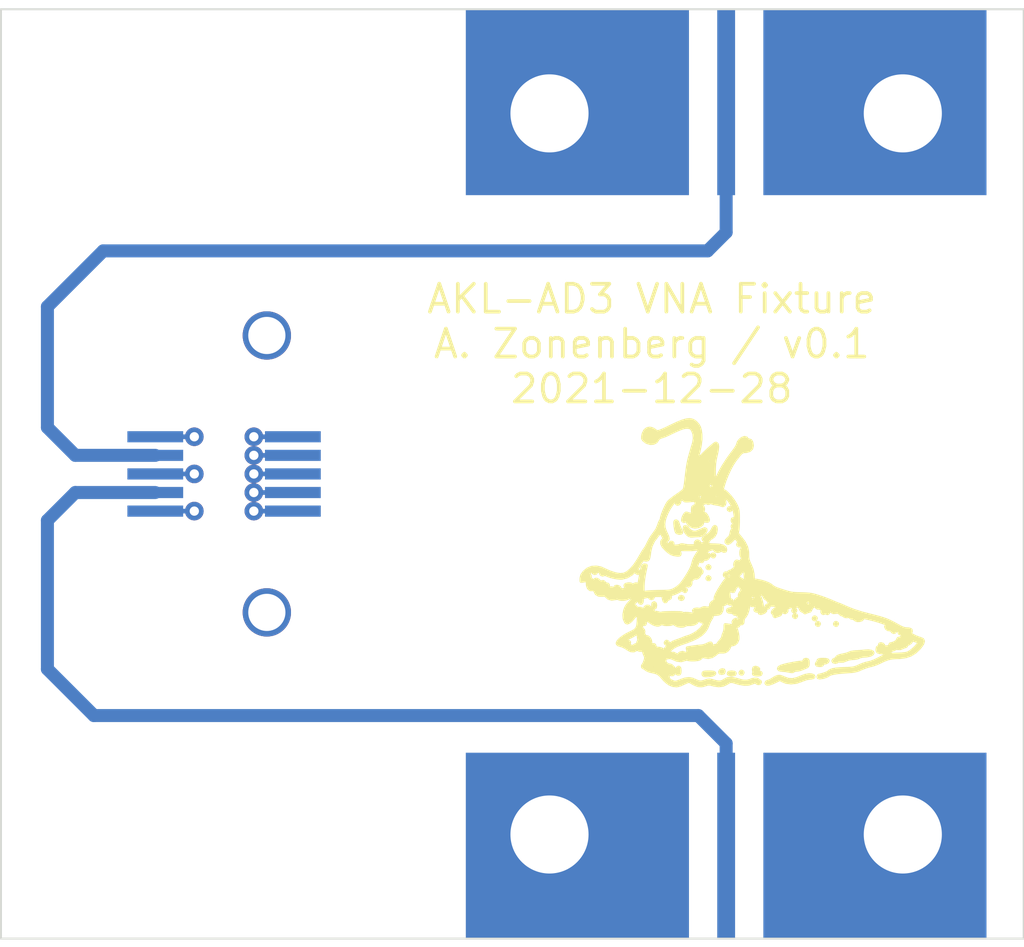
<source format=kicad_pcb>
(kicad_pcb (version 20171130) (host pcbnew "(5.1.9)")

  (general
    (thickness 1.6)
    (drawings 5)
    (tracks 47)
    (zones 0)
    (modules 4)
    (nets 4)
  )

  (page A4)
  (layers
    (0 F.Cu signal)
    (1 In1.Cu signal)
    (2 In2.Cu signal)
    (31 B.Cu signal)
    (32 B.Adhes user)
    (33 F.Adhes user)
    (34 B.Paste user)
    (35 F.Paste user)
    (36 B.SilkS user)
    (37 F.SilkS user)
    (38 B.Mask user)
    (39 F.Mask user)
    (40 Dwgs.User user)
    (41 Cmts.User user)
    (42 Eco1.User user)
    (43 Eco2.User user)
    (44 Edge.Cuts user)
    (45 Margin user)
    (46 B.CrtYd user)
    (47 F.CrtYd user)
    (48 B.Fab user)
    (49 F.Fab user)
  )

  (setup
    (last_trace_width 0.125)
    (user_trace_width 0.125)
    (user_trace_width 0.35)
    (trace_clearance 0.125)
    (zone_clearance 0.508)
    (zone_45_only no)
    (trace_min 0.125)
    (via_size 0.5)
    (via_drill 0.25)
    (via_min_size 0.5)
    (via_min_drill 0.25)
    (user_via 0.5 0.25)
    (uvia_size 0.3)
    (uvia_drill 0.1)
    (uvias_allowed no)
    (uvia_min_size 0.2)
    (uvia_min_drill 0.1)
    (edge_width 0.05)
    (segment_width 0.2)
    (pcb_text_width 0.3)
    (pcb_text_size 1.5 1.5)
    (mod_edge_width 0.12)
    (mod_text_size 1 1)
    (mod_text_width 0.15)
    (pad_size 1.524 1.524)
    (pad_drill 0.762)
    (pad_to_mask_clearance 0.05)
    (aux_axis_origin 0 0)
    (visible_elements FFFFFF7F)
    (pcbplotparams
      (layerselection 0x010fc_ffffffff)
      (usegerberextensions false)
      (usegerberattributes true)
      (usegerberadvancedattributes true)
      (creategerberjobfile true)
      (excludeedgelayer true)
      (linewidth 0.100000)
      (plotframeref false)
      (viasonmask false)
      (mode 1)
      (useauxorigin false)
      (hpglpennumber 1)
      (hpglpenspeed 20)
      (hpglpendiameter 15.000000)
      (psnegative false)
      (psa4output false)
      (plotreference true)
      (plotvalue true)
      (plotinvisibletext false)
      (padsonsilk false)
      (subtractmaskfromsilk false)
      (outputformat 1)
      (mirror false)
      (drillshape 0)
      (scaleselection 1)
      (outputdirectory "output"))
  )

  (net 0 "")
  (net 1 /GND)
  (net 2 /IN_R_P)
  (net 3 /IN_R_N)

  (net_class Default "This is the default net class."
    (clearance 0.125)
    (trace_width 0.125)
    (via_dia 0.5)
    (via_drill 0.25)
    (uvia_dia 0.3)
    (uvia_drill 0.1)
    (add_net /GND)
    (add_net /IN_R_N)
    (add_net /IN_R_P)
  )

  (module azonenberg_pcb:LONGTHING-1200DPI (layer F.Cu) (tedit 54B4A826) (tstamp 61CBEB29)
    (at 96.75 78.5)
    (fp_text reference G*** (at 3 -2) (layer F.SilkS) hide
      (effects (font (size 1.524 1.524) (thickness 0.3)))
    )
    (fp_text value LOGO (at 5 0) (layer F.SilkS) hide
      (effects (font (size 1.524 1.524) (thickness 0.3)))
    )
    (fp_poly (pts (xy 4.045438 2.001539) (xy 4.027125 2.062099) (xy 3.972579 2.142565) (xy 3.934599 2.187319)
      (xy 3.825026 2.291381) (xy 3.705795 2.364685) (xy 3.568946 2.410399) (xy 3.406521 2.43169)
      (xy 3.314203 2.434166) (xy 3.205087 2.441232) (xy 3.099131 2.464891) (xy 2.983669 2.508832)
      (xy 2.872578 2.56281) (xy 2.785192 2.601656) (xy 2.690556 2.634017) (xy 2.634592 2.647746)
      (xy 2.554023 2.668519) (xy 2.458122 2.701583) (xy 2.376375 2.735888) (xy 2.310259 2.764973)
      (xy 2.250704 2.785202) (xy 2.186067 2.79891) (xy 2.104706 2.80843) (xy 1.994978 2.816096)
      (xy 1.968778 2.817603) (xy 1.828892 2.828403) (xy 1.705669 2.843562) (xy 1.605664 2.8619)
      (xy 1.535434 2.882233) (xy 1.502834 2.90159) (xy 1.459353 2.931652) (xy 1.386119 2.958272)
      (xy 1.317625 2.973319) (xy 1.260371 2.980129) (xy 1.233804 2.973959) (xy 1.227667 2.95461)
      (xy 1.243445 2.925362) (xy 1.258677 2.921) (xy 1.298577 2.914263) (xy 1.357669 2.897455)
      (xy 1.421165 2.875674) (xy 1.474277 2.854021) (xy 1.502217 2.837595) (xy 1.502834 2.836795)
      (xy 1.542892 2.801596) (xy 1.611756 2.775449) (xy 1.713258 2.757509) (xy 1.851227 2.746925)
      (xy 1.919903 2.744499) (xy 2.034599 2.740834) (xy 2.117811 2.73555) (xy 2.18039 2.726687)
      (xy 2.233182 2.71229) (xy 2.287038 2.690399) (xy 2.328819 2.67071) (xy 2.416139 2.633916)
      (xy 2.506426 2.604346) (xy 2.572236 2.589787) (xy 2.652942 2.569137) (xy 2.758212 2.527342)
      (xy 2.878422 2.468223) (xy 2.878667 2.468092) (xy 3.07975 2.360617) (xy 3.323167 2.357821)
      (xy 3.4718 2.352444) (xy 3.579302 2.340155) (xy 3.640667 2.323453) (xy 3.711595 2.281793)
      (xy 3.791945 2.217643) (xy 3.867509 2.14364) (xy 3.924082 2.072422) (xy 3.925685 2.069912)
      (xy 3.948497 2.029974) (xy 3.943728 2.01164) (xy 3.906587 2.000841) (xy 3.901822 1.999827)
      (xy 3.838905 1.981854) (xy 3.77224 1.956623) (xy 3.716539 1.933492) (xy 3.693054 1.929521)
      (xy 3.695722 1.945795) (xy 3.708751 1.967974) (xy 3.722919 2.004117) (xy 3.704169 2.032533)
      (xy 3.693055 2.041385) (xy 3.650413 2.066324) (xy 3.624792 2.07366) (xy 3.601328 2.091379)
      (xy 3.598334 2.106083) (xy 3.580967 2.133266) (xy 3.561292 2.138506) (xy 3.515325 2.151402)
      (xy 3.483608 2.16993) (xy 3.424837 2.190974) (xy 3.3619 2.187719) (xy 3.302408 2.18387)
      (xy 3.280901 2.197292) (xy 3.280834 2.198628) (xy 3.263494 2.219141) (xy 3.245459 2.2225)
      (xy 3.202211 2.236006) (xy 3.173018 2.256043) (xy 3.117431 2.284895) (xy 3.03626 2.301882)
      (xy 2.945172 2.304665) (xy 2.890591 2.298231) (xy 2.839821 2.284164) (xy 2.818858 2.259716)
      (xy 2.815167 2.22154) (xy 2.824754 2.171834) (xy 2.846917 2.159) (xy 2.872774 2.141353)
      (xy 2.878667 2.116666) (xy 2.887105 2.0819) (xy 2.917546 2.076777) (xy 2.951019 2.087181)
      (xy 2.979448 2.115404) (xy 2.980852 2.154276) (xy 2.95595 2.183663) (xy 2.947459 2.186742)
      (xy 2.922458 2.194779) (xy 2.938249 2.198296) (xy 2.946209 2.198877) (xy 2.984304 2.19007)
      (xy 2.995084 2.180166) (xy 3.02323 2.165852) (xy 3.074523 2.159082) (xy 3.080999 2.159)
      (xy 3.131533 2.154085) (xy 3.151658 2.13499) (xy 3.153834 2.116666) (xy 3.167961 2.081499)
      (xy 3.187676 2.074333) (xy 3.243112 2.063269) (xy 3.300762 2.035881) (xy 3.346321 2.00088)
      (xy 3.365483 1.966972) (xy 3.3655 1.966088) (xy 3.381725 1.932325) (xy 3.406584 1.926166)
      (xy 3.447105 1.916447) (xy 3.46075 1.905) (xy 3.490605 1.887218) (xy 3.514916 1.883833)
      (xy 3.54856 1.871219) (xy 3.556 1.854347) (xy 3.536885 1.821363) (xy 3.485859 1.802126)
      (xy 3.448436 1.799166) (xy 3.414211 1.783285) (xy 3.407834 1.757578) (xy 3.390784 1.714733)
      (xy 3.366892 1.694078) (xy 3.323711 1.674842) (xy 3.305478 1.682461) (xy 3.302 1.7145)
      (xy 3.287655 1.747999) (xy 3.256013 1.756548) (xy 3.224162 1.739887) (xy 3.211559 1.715869)
      (xy 3.190214 1.685682) (xy 3.156932 1.68639) (xy 3.108301 1.681197) (xy 3.065968 1.65042)
      (xy 3.048 1.607409) (xy 3.06557 1.591281) (xy 3.119512 1.593573) (xy 3.122084 1.593983)
      (xy 3.170739 1.599523) (xy 3.195408 1.597721) (xy 3.196167 1.596485) (xy 3.177132 1.579318)
      (xy 3.12529 1.553504) (xy 3.048539 1.522034) (xy 2.954774 1.487897) (xy 2.851893 1.454083)
      (xy 2.747791 1.423584) (xy 2.719917 1.416153) (xy 2.600923 1.38593) (xy 2.516808 1.36686)
      (xy 2.461772 1.358373) (xy 2.430014 1.359899) (xy 2.415735 1.370869) (xy 2.413 1.386013)
      (xy 2.394411 1.414563) (xy 2.347887 1.432524) (xy 2.287297 1.435999) (xy 2.25425 1.430641)
      (xy 2.209993 1.404072) (xy 2.199662 1.370138) (xy 2.19475 1.343695) (xy 2.187315 1.349375)
      (xy 2.162001 1.371567) (xy 2.125835 1.373807) (xy 2.099076 1.357263) (xy 2.0955 1.344083)
      (xy 2.112443 1.316021) (xy 2.12725 1.312333) (xy 2.155418 1.300903) (xy 2.159 1.291166)
      (xy 2.141352 1.273727) (xy 2.118431 1.27) (xy 2.079519 1.257901) (xy 2.067185 1.243541)
      (xy 2.059227 1.241769) (xy 2.054869 1.274261) (xy 2.054838 1.275291) (xy 2.047461 1.316772)
      (xy 2.01965 1.33196) (xy 1.989667 1.3335) (xy 1.945081 1.327368) (xy 1.926172 1.312596)
      (xy 1.926167 1.312333) (xy 1.908665 1.294471) (xy 1.888538 1.291166) (xy 1.855669 1.279124)
      (xy 1.855669 1.135859) (xy 1.839994 1.122698) (xy 1.820334 1.11125) (xy 1.760481 1.084227)
      (xy 1.723804 1.087336) (xy 1.706846 1.11125) (xy 1.70761 1.131581) (xy 1.735944 1.140766)
      (xy 1.783956 1.142249) (xy 1.838586 1.141017) (xy 1.855669 1.135859) (xy 1.855669 1.279124)
      (xy 1.847245 1.276038) (xy 1.813244 1.247177) (xy 1.779641 1.218778) (xy 1.73642 1.211901)
      (xy 1.692123 1.217287) (xy 1.632002 1.222141) (xy 1.608873 1.210484) (xy 1.608667 1.20836)
      (xy 1.590957 1.189658) (xy 1.566334 1.185333) (xy 1.531857 1.172098) (xy 1.524 1.153583)
      (xy 1.517503 1.132736) (xy 1.492672 1.121439) (xy 1.441497 1.118095) (xy 1.359959 1.120897)
      (xy 1.301356 1.120441) (xy 1.274737 1.108762) (xy 1.27 1.091325) (xy 1.287006 1.05443)
      (xy 1.30175 1.044821) (xy 1.329902 1.016904) (xy 1.3335 1.000887) (xy 1.320011 0.979025)
      (xy 1.300019 0.981985) (xy 1.261592 0.993346) (xy 1.250038 0.994833) (xy 1.241137 1.012473)
      (xy 1.243653 1.04775) (xy 1.238806 1.088511) (xy 1.21459 1.1028) (xy 1.186504 1.085644)
      (xy 1.177679 1.068916) (xy 1.148561 1.041037) (xy 1.130272 1.037166) (xy 1.089373 1.053874)
      (xy 1.069116 1.072754) (xy 1.069116 1.004134) (xy 1.064372 0.976065) (xy 1.018418 0.939148)
      (xy 0.996379 0.926198) (xy 0.949697 0.902179) (xy 0.924049 0.899605) (xy 0.904094 0.918268)
      (xy 0.899186 0.924872) (xy 0.883362 0.974103) (xy 0.891671 0.999824) (xy 0.923587 1.030081)
      (xy 0.977866 1.034743) (xy 1.032741 1.023599) (xy 1.069116 1.004134) (xy 1.069116 1.072754)
      (xy 1.047282 1.093105) (xy 1.0196 1.138524) (xy 1.016 1.156822) (xy 0.998966 1.181992)
      (xy 0.983963 1.185333) (xy 0.941138 1.195654) (xy 0.907114 1.211791) (xy 0.871153 1.227585)
      (xy 0.854422 1.216006) (xy 0.852721 1.211791) (xy 0.826113 1.188843) (xy 0.806822 1.185333)
      (xy 0.773344 1.16553) (xy 0.743779 1.111402) (xy 0.743069 1.109461) (xy 0.727647 1.069158)
      (xy 0.711037 1.04851) (xy 0.682444 1.045032) (xy 0.631072 1.056243) (xy 0.621043 1.05901)
      (xy 0.621043 0.936911) (xy 0.599504 0.910357) (xy 0.572237 0.889524) (xy 0.526398 0.862609)
      (xy 0.495189 0.854616) (xy 0.491083 0.856528) (xy 0.494502 0.876632) (xy 0.513468 0.891639)
      (xy 0.544208 0.922647) (xy 0.550334 0.942968) (xy 0.561073 0.970642) (xy 0.59472 0.964131)
      (xy 0.610497 0.955009) (xy 0.621043 0.936911) (xy 0.621043 1.05901) (xy 0.576792 1.071219)
      (xy 0.53777 1.072973) (xy 0.529167 1.05821) (xy 0.518303 1.043459) (xy 0.502709 1.051326)
      (xy 0.45606 1.076192) (xy 0.395582 1.097582) (xy 0.33756 1.110924) (xy 0.29828 1.111645)
      (xy 0.294124 1.109884) (xy 0.280354 1.079175) (xy 0.282359 1.022216) (xy 0.282449 1.021657)
      (xy 0.286449 0.969988) (xy 0.272741 0.945133) (xy 0.253032 0.937213) (xy 0.219246 0.915921)
      (xy 0.214237 0.8879) (xy 0.238305 0.869217) (xy 0.251736 0.867833) (xy 0.287733 0.85466)
      (xy 0.307268 0.825878) (xy 0.300964 0.797592) (xy 0.29526 0.793086) (xy 0.271824 0.79816)
      (xy 0.262169 0.813575) (xy 0.236467 0.842521) (xy 0.221235 0.846666) (xy 0.19402 0.853378)
      (xy 0.181472 0.878251) (xy 0.18277 0.92839) (xy 0.197094 1.0109) (xy 0.200415 1.026984)
      (xy 0.21701 1.133511) (xy 0.218448 1.216746) (xy 0.205221 1.271142) (xy 0.177821 1.291154)
      (xy 0.176984 1.291166) (xy 0.148167 1.298676) (xy 0.148167 0.711347) (xy 0.131615 0.697699)
      (xy 0.116417 0.690845) (xy 0.089161 0.690405) (xy 0.084667 0.699164) (xy 0.101821 0.717356)
      (xy 0.116417 0.719666) (xy 0.144658 0.715138) (xy 0.148167 0.711347) (xy 0.148167 1.298676)
      (xy 0.136143 1.30181) (xy 0.106509 1.316823) (xy 0.064105 1.330909) (xy 0.044744 1.314042)
      (xy 0.056358 1.273618) (xy 0.057745 1.271349) (xy 0.071104 1.243056) (xy 0.053591 1.240052)
      (xy 0.041069 1.243031) (xy 0.007504 1.241637) (xy 0 1.228623) (xy 0.015887 1.190982)
      (xy 0.051039 1.15609) (xy 0.083155 1.143) (xy 0.099435 1.1247) (xy 0.105834 1.083111)
      (xy 0.097259 1.037044) (xy 0.084667 1.031001) (xy 0.084667 0.963083) (xy 0.074084 0.9525)
      (xy 0.0635 0.963083) (xy 0.074084 0.973666) (xy 0.084667 0.963083) (xy 0.084667 1.031001)
      (xy 0.068792 1.023384) (xy -0.012476 1.021331) (xy -0.059689 1.012541) (xy -0.080925 0.994397)
      (xy -0.084666 0.973666) (xy -0.098459 0.93096) (xy -0.130953 0.885251) (xy -0.168823 0.852885)
      (xy -0.188205 0.846666) (xy -0.206967 0.82876) (xy -0.220021 0.795096) (xy -0.254138 0.744887)
      (xy -0.306982 0.71676) (xy -0.361013 0.688611) (xy -0.380116 0.658913) (xy -0.361689 0.633171)
      (xy -0.34925 0.627345) (xy -0.321101 0.598171) (xy -0.3175 0.581065) (xy -0.308581 0.558573)
      (xy -0.274876 0.556908) (xy -0.254 0.560916) (xy -0.205359 0.564548) (xy -0.192657 0.550757)
      (xy -0.216988 0.52616) (xy -0.245712 0.510805) (xy -0.290211 0.497001) (xy -0.321962 0.51149)
      (xy -0.338153 0.528574) (xy -0.377513 0.562235) (xy -0.385522 0.564273) (xy -0.385522 0.475824)
      (xy -0.388055 0.472722) (xy -0.400639 0.475627) (xy -0.402166 0.486833) (xy -0.394422 0.504255)
      (xy -0.388055 0.500944) (xy -0.385522 0.475824) (xy -0.385522 0.564273) (xy -0.409435 0.570359)
      (xy -0.423304 0.55042) (xy -0.423333 0.548821) (xy -0.435242 0.543491) (xy -0.457163 0.559972)
      (xy -0.469411 0.575935) (xy -0.469411 0.457922) (xy -0.472722 0.451555) (xy -0.497842 0.449022)
      (xy -0.500944 0.451555) (xy -0.498039 0.464139) (xy -0.486833 0.465666) (xy -0.469411 0.457922)
      (xy -0.469411 0.575935) (xy -0.476367 0.585002) (xy -0.473622 0.611021) (xy -0.446386 0.652418)
      (xy -0.439133 0.662025) (xy -0.377728 0.75343) (xy -0.335115 0.84652) (xy -0.303806 0.958895)
      (xy -0.295278 1.000125) (xy -0.27764 1.078679) (xy -0.260622 1.123071) (xy -0.240533 1.14125)
      (xy -0.22895 1.143) (xy -0.195999 1.153622) (xy -0.195232 1.178953) (xy -0.224323 1.209187)
      (xy -0.247802 1.222375) (xy -0.310518 1.245497) (xy -0.345744 1.240913) (xy -0.359367 1.206959)
      (xy -0.360122 1.190625) (xy -0.367792 1.108845) (xy -0.38819 1.055457) (xy -0.417513 1.037166)
      (xy -0.439082 1.024979) (xy -0.436178 0.985722) (xy -0.438118 0.928376) (xy -0.463698 0.843333)
      (xy -0.479648 0.804273) (xy -0.536029 0.674267) (xy -0.573399 0.755782) (xy -0.594615 0.815315)
      (xy -0.597189 0.824863) (xy -0.597189 0.496991) (xy -0.599722 0.493888) (xy -0.612306 0.496794)
      (xy -0.613833 0.508) (xy -0.606089 0.525422) (xy -0.599722 0.522111) (xy -0.597189 0.496991)
      (xy -0.597189 0.824863) (xy -0.617638 0.90072) (xy -0.638267 0.995962) (xy -0.642726 1.020388)
      (xy -0.671532 1.157048) (xy -0.704591 1.256914) (xy -0.719666 1.283126) (xy -0.719666 0.85725)
      (xy -0.722463 0.854453) (xy -0.722463 0.396469) (xy -0.723363 0.328014) (xy -0.728018 0.243346)
      (xy -0.729934 0.218801) (xy -0.742337 0.117501) (xy -0.759152 0.058119) (xy -0.780331 0.040709)
      (xy -0.783166 0.043446) (xy -0.783166 -0.084667) (xy -0.787905 -0.098196) (xy -0.787905 -0.266807)
      (xy -0.814916 -0.275167) (xy -0.835655 -0.293262) (xy -0.846484 -0.337591) (xy -0.847357 -0.393219)
      (xy -0.838224 -0.44521) (xy -0.819041 -0.47863) (xy -0.815568 -0.480967) (xy -0.798035 -0.497935)
      (xy -0.804094 -0.52517) (xy -0.826012 -0.561394) (xy -0.852626 -0.595555) (xy -0.866923 -0.601814)
      (xy -0.867694 -0.597959) (xy -0.884884 -0.574519) (xy -0.899583 -0.5715) (xy -0.927645 -0.588444)
      (xy -0.931333 -0.60325) (xy -0.919904 -0.631418) (xy -0.910166 -0.635) (xy -0.890748 -0.64468)
      (xy -0.900854 -0.675758) (xy -0.941599 -0.731288) (xy -0.948167 -0.739223) (xy -1.007335 -0.810096)
      (xy -1.093738 -0.719287) (xy -1.156703 -0.661455) (xy -1.201215 -0.640084) (xy -1.214488 -0.641659)
      (xy -1.245344 -0.668728) (xy -1.239175 -0.707811) (xy -1.197344 -0.753076) (xy -1.186543 -0.761139)
      (xy -1.140074 -0.807361) (xy -1.115227 -0.87157) (xy -1.110056 -0.900164) (xy -1.096645 -0.961447)
      (xy -1.077127 -0.989708) (xy -1.05593 -0.994834) (xy -1.022953 -1.008736) (xy -1.016 -1.026584)
      (xy -1.032943 -1.054646) (xy -1.04775 -1.058334) (xy -1.075229 -1.075464) (xy -1.0795 -1.092553)
      (xy -1.066533 -1.117197) (xy -1.037166 -1.115701) (xy -1.003066 -1.116813) (xy -0.994833 -1.142513)
      (xy -1.012629 -1.17799) (xy -1.037166 -1.191467) (xy -1.072927 -1.219901) (xy -1.0795 -1.249321)
      (xy -1.07152 -1.283419) (xy -1.040072 -1.285704) (xy -1.034339 -1.284295) (xy -1.00925 -1.280382)
      (xy -0.997095 -1.291656) (xy -0.995068 -1.32714) (xy -1.000209 -1.394132) (xy -1.020608 -1.496535)
      (xy -1.060367 -1.607819) (xy -1.112581 -1.712571) (xy -1.170343 -1.795379) (xy -1.188494 -1.81437)
      (xy -1.240265 -1.864465) (xy -1.29106 -1.91523) (xy -1.330747 -1.948424) (xy -1.348811 -1.945897)
      (xy -1.344754 -1.908612) (xy -1.324024 -1.851469) (xy -1.302384 -1.786975) (xy -1.291479 -1.729608)
      (xy -1.291166 -1.721835) (xy -1.30569 -1.675168) (xy -1.340402 -1.654321) (xy -1.381394 -1.66689)
      (xy -1.416183 -1.680757) (xy -1.477098 -1.69403) (xy -1.522405 -1.700449) (xy -1.58995 -1.712344)
      (xy -1.590796 -1.712626) (xy -1.590796 -3.080534) (xy -1.61255 -3.088956) (xy -1.63217 -3.086891)
      (xy -1.663021 -3.078575) (xy -1.675643 -3.058274) (xy -1.672338 -3.015659) (xy -1.660302 -2.960763)
      (xy -1.655898 -2.9232) (xy -1.673354 -2.903706) (xy -1.722761 -2.891083) (xy -1.723182 -2.891004)
      (xy -1.760229 -2.884055) (xy -1.760229 -2.999562) (xy -1.766105 -3.001647) (xy -1.795587 -2.97638)
      (xy -1.824205 -2.941529) (xy -1.828298 -2.916763) (xy -1.81762 -2.903526) (xy -1.80632 -2.911031)
      (xy -1.786325 -2.946724) (xy -1.777787 -2.963334) (xy -1.760229 -2.999562) (xy -1.760229 -2.884055)
      (xy -1.799259 -2.876732) (xy -1.746296 -2.827647) (xy -1.709762 -2.783002) (xy -1.693397 -2.741681)
      (xy -1.693333 -2.739715) (xy -1.688978 -2.711448) (xy -1.677729 -2.718498) (xy -1.66231 -2.754954)
      (xy -1.645444 -2.814909) (xy -1.634163 -2.868084) (xy -1.618861 -2.94535) (xy -1.604177 -3.012262)
      (xy -1.595987 -3.044568) (xy -1.590796 -3.080534) (xy -1.590796 -1.712626) (xy -1.598736 -1.715264)
      (xy -1.598736 -2.176756) (xy -1.609507 -2.221214) (xy -1.629417 -2.267923) (xy -1.654643 -2.318401)
      (xy -1.66805 -2.331038) (xy -1.671702 -2.312459) (xy -1.672166 -2.311007) (xy -1.672166 -2.465917)
      (xy -1.676689 -2.47044) (xy -1.676689 -2.572176) (xy -1.679222 -2.575278) (xy -1.691806 -2.572373)
      (xy -1.693333 -2.561167) (xy -1.685589 -2.543745) (xy -1.679222 -2.547056) (xy -1.676689 -2.572176)
      (xy -1.676689 -2.47044) (xy -1.68275 -2.4765) (xy -1.693333 -2.465917) (xy -1.68275 -2.455334)
      (xy -1.672166 -2.465917) (xy -1.672166 -2.311007) (xy -1.691472 -2.250591) (xy -1.742019 -2.203596)
      (xy -1.812133 -2.180945) (xy -1.828325 -2.180167) (xy -1.89802 -2.193116) (xy -1.935962 -2.233457)
      (xy -1.944119 -2.303427) (xy -1.943486 -2.310984) (xy -1.931849 -2.362009) (xy -1.901504 -2.386724)
      (xy -1.87325 -2.394529) (xy -1.837245 -2.404274) (xy -1.833593 -2.410208) (xy -1.83572 -2.410496)
      (xy -1.865183 -2.428545) (xy -1.895684 -2.464881) (xy -1.919062 -2.524687) (xy -1.909739 -2.573069)
      (xy -1.871084 -2.600509) (xy -1.846611 -2.6035) (xy -1.80863 -2.605325) (xy -1.809233 -2.616156)
      (xy -1.832163 -2.634577) (xy -1.873834 -2.65391) (xy -1.883833 -2.655896) (xy -1.883833 -2.88925)
      (xy -1.894416 -2.899834) (xy -1.905 -2.88925) (xy -1.894416 -2.878667) (xy -1.883833 -2.88925)
      (xy -1.883833 -2.655896) (xy -1.905 -2.660098) (xy -1.905 -2.846917) (xy -1.915583 -2.8575)
      (xy -1.926166 -2.846917) (xy -1.915583 -2.836334) (xy -1.905 -2.846917) (xy -1.905 -2.660098)
      (xy -1.92696 -2.664457) (xy -1.976434 -2.665177) (xy -2.007152 -2.65503) (xy -2.010833 -2.646886)
      (xy -1.994681 -2.620613) (xy -1.97759 -2.608167) (xy -1.952695 -2.572939) (xy -1.947642 -2.517993)
      (xy -1.9602 -2.459731) (xy -1.988137 -2.414558) (xy -2.005541 -2.40269) (xy -2.041386 -2.376508)
      (xy -2.052586 -2.347912) (xy -2.035993 -2.329807) (xy -2.023681 -2.328334) (xy -1.993723 -2.310159)
      (xy -1.974314 -2.265725) (xy -1.967148 -2.210171) (xy -1.973916 -2.158635) (xy -1.996314 -2.126256)
      (xy -2.000838 -2.124096) (xy -2.037787 -2.095768) (xy -2.053387 -2.073921) (xy -2.062606 -2.046705)
      (xy -2.040701 -2.044959) (xy -2.030185 -2.047509) (xy -2.00254 -2.050289) (xy -1.991872 -2.032146)
      (xy -1.992997 -1.983058) (xy -1.993511 -1.976639) (xy -2.00025 -1.894417) (xy -2.077429 -1.895444)
      (xy -2.077429 -2.703326) (xy -2.080832 -2.724806) (xy -2.087569 -2.733438) (xy -2.091234 -2.705324)
      (xy -2.091373 -2.69875) (xy -2.089086 -2.662602) (xy -2.082459 -2.659419) (xy -2.081616 -2.661306)
      (xy -2.077429 -2.703326) (xy -2.077429 -1.895444) (xy -2.100937 -1.895756) (xy -2.116666 -1.895121)
      (xy -2.116666 -2.423584) (xy -2.12725 -2.434167) (xy -2.137833 -2.423584) (xy -2.12725 -2.413)
      (xy -2.116666 -2.423584) (xy -2.116666 -1.895121) (xy -2.155108 -1.893567) (xy -2.163448 -1.890943)
      (xy -2.163448 -2.839874) (xy -2.170747 -2.844056) (xy -2.176374 -2.836334) (xy -2.194812 -2.792942)
      (xy -2.208247 -2.736101) (xy -2.2149 -2.679832) (xy -2.212997 -2.638153) (xy -2.203194 -2.624667)
      (xy -2.185566 -2.642684) (xy -2.180166 -2.674938) (xy -2.176577 -2.732106) (xy -2.168174 -2.796646)
      (xy -2.163448 -2.839874) (xy -2.163448 -1.890943) (xy -2.178448 -1.886223) (xy -2.175021 -1.880206)
      (xy -2.135459 -1.867572) (xy -2.084916 -1.862318) (xy -2.023995 -1.851218) (xy -1.980329 -1.830244)
      (xy -1.934414 -1.802975) (xy -1.905499 -1.809866) (xy -1.885496 -1.846792) (xy -1.881349 -1.90159)
      (xy -1.896761 -1.927834) (xy -1.915511 -1.969552) (xy -1.925606 -2.031751) (xy -1.926166 -2.049542)
      (xy -1.923548 -2.105563) (xy -1.911016 -2.131056) (xy -1.881553 -2.137728) (xy -1.87325 -2.137834)
      (xy -1.83069 -2.126794) (xy -1.820333 -2.106084) (xy -1.809956 -2.077901) (xy -1.801148 -2.074334)
      (xy -1.79026 -2.09119) (xy -1.793033 -2.116667) (xy -1.792211 -2.150084) (xy -1.75979 -2.159)
      (xy -1.711912 -2.140306) (xy -1.674525 -2.094076) (xy -1.656963 -2.035094) (xy -1.659653 -2.000405)
      (xy -1.6687 -1.955655) (xy -1.665856 -1.945745) (xy -1.654157 -1.9659) (xy -1.636636 -2.011343)
      (xy -1.620801 -2.061548) (xy -1.602764 -2.129824) (xy -1.598736 -2.176756) (xy -1.598736 -1.715264)
      (xy -1.640067 -1.728998) (xy -1.656308 -1.740399) (xy -1.675076 -1.756458) (xy -1.686125 -1.740959)
      (xy -1.708983 -1.719458) (xy -1.7145 -1.718791) (xy -1.7145 -1.894417) (xy -1.725083 -1.905)
      (xy -1.735666 -1.894417) (xy -1.725083 -1.883834) (xy -1.7145 -1.894417) (xy -1.7145 -1.718791)
      (xy -1.739457 -1.71577) (xy -1.756649 -1.731781) (xy -1.756833 -1.734587) (xy -1.773753 -1.74031)
      (xy -1.815821 -1.729635) (xy -1.830237 -1.724004) (xy -1.890956 -1.703349) (xy -1.942173 -1.693476)
      (xy -1.946653 -1.693334) (xy -1.981663 -1.680258) (xy -1.989666 -1.661584) (xy -2.001756 -1.633426)
      (xy -2.012082 -1.629834) (xy -2.024854 -1.616926) (xy -2.021684 -1.609101) (xy -1.994977 -1.601227)
      (xy -1.970322 -1.612441) (xy -1.917569 -1.628384) (xy -1.879454 -1.609174) (xy -1.865799 -1.560669)
      (xy -1.866541 -1.550579) (xy -1.872256 -1.519225) (xy -1.886987 -1.501771) (xy -1.920795 -1.494149)
      (xy -1.983743 -1.492292) (xy -2.010833 -1.49225) (xy -2.148416 -1.49225) (xy -2.148416 -1.55575)
      (xy -2.140639 -1.60403) (xy -2.1121 -1.624029) (xy -2.102949 -1.625732) (xy -2.059791 -1.649344)
      (xy -2.045084 -1.699015) (xy -2.056125 -1.753633) (xy -2.068069 -1.77853) (xy -2.087439 -1.791555)
      (xy -2.124528 -1.794785) (xy -2.182722 -1.790773) (xy -2.182722 -2.258868) (xy -2.185521 -2.326194)
      (xy -2.196338 -2.356804) (xy -2.197851 -2.357931) (xy -2.211398 -2.389713) (xy -2.210516 -2.45588)
      (xy -2.208642 -2.47213) (xy -2.203441 -2.531833) (xy -2.208663 -2.554459) (xy -2.21927 -2.550012)
      (xy -2.232733 -2.51971) (xy -2.244436 -2.462366) (xy -2.253593 -2.389113) (xy -2.259423 -2.311086)
      (xy -2.26114 -2.239419) (xy -2.257962 -2.185246) (xy -2.249105 -2.1597) (xy -2.246789 -2.159)
      (xy -2.227666 -2.142504) (xy -2.223398 -2.106782) (xy -2.234629 -2.072484) (xy -2.243817 -2.063657)
      (xy -2.267682 -2.036934) (xy -2.296252 -1.990284) (xy -2.297598 -1.987705) (xy -2.330062 -1.924927)
      (xy -2.270989 -1.939108) (xy -2.226767 -1.950586) (xy -2.206646 -1.957346) (xy -2.20293 -1.978776)
      (xy -2.197396 -2.032778) (xy -2.190976 -2.109678) (xy -2.18782 -2.152378) (xy -2.182722 -2.258868)
      (xy -2.182722 -1.790773) (xy -2.189627 -1.790296) (xy -2.222299 -1.78715) (xy -2.307839 -1.781208)
      (xy -2.355964 -1.784353) (xy -2.370666 -1.796432) (xy -2.388368 -1.815841) (xy -2.413 -1.820334)
      (xy -2.447476 -1.833569) (xy -2.455333 -1.852084) (xy -2.46528 -1.880321) (xy -2.497356 -1.875094)
      (xy -2.518833 -1.862667) (xy -2.536055 -1.845552) (xy -2.524125 -1.841825) (xy -2.503234 -1.823917)
      (xy -2.498365 -1.780299) (xy -2.510514 -1.726815) (xy -2.537711 -1.697602) (xy -2.55453 -1.693334)
      (xy -2.574701 -1.70356) (xy -2.574932 -1.740448) (xy -2.57134 -1.758698) (xy -2.563978 -1.802186)
      (xy -2.572943 -1.81294) (xy -2.599345 -1.801391) (xy -2.656593 -1.754786) (xy -2.720105 -1.677356)
      (xy -2.784136 -1.578868) (xy -2.842935 -1.469088) (xy -2.890755 -1.357784) (xy -2.921849 -1.254722)
      (xy -2.9223 -1.252629) (xy -2.936398 -1.144306) (xy -2.926228 -1.046214) (xy -2.889224 -0.941647)
      (xy -2.867717 -0.896981) (xy -2.82902 -0.810093) (xy -2.817126 -0.753435) (xy -2.831864 -0.724613)
      (xy -2.855031 -0.719667) (xy -2.894652 -0.736899) (xy -2.907745 -0.756709) (xy -2.926138 -0.799222)
      (xy -2.953304 -0.851097) (xy -2.982966 -0.901858) (xy -3.008844 -0.941032) (xy -3.02466 -0.958145)
      (xy -3.026833 -0.955357) (xy -3.040221 -0.92711) (xy -3.074776 -0.880319) (xy -3.108808 -0.840903)
      (xy -3.208453 -0.707121) (xy -3.278354 -0.55966) (xy -3.311164 -0.423334) (xy -3.324142 -0.321884)
      (xy -3.335457 -0.255213) (xy -3.348186 -0.21603) (xy -3.36541 -0.197048) (xy -3.390206 -0.190978)
      (xy -3.409515 -0.1905) (xy -3.409797 -0.19055) (xy -3.409797 -0.341227) (xy -3.419894 -0.347999)
      (xy -3.441882 -0.316225) (xy -3.446274 -0.307007) (xy -3.457718 -0.268968) (xy -3.451139 -0.254)
      (xy -3.4302 -0.271509) (xy -3.41791 -0.297929) (xy -3.409797 -0.341227) (xy -3.409797 -0.19055)
      (xy -3.454561 -0.198447) (xy -3.471424 -0.216959) (xy -3.481651 -0.21599) (xy -3.507994 -0.18602)
      (xy -3.534833 -0.148167) (xy -3.570329 -0.091114) (xy -3.593346 -0.047104) (xy -3.598243 -0.031636)
      (xy -3.612359 -0.005832) (xy -3.648724 0.039106) (xy -3.698527 0.093548) (xy -3.752959 0.147863)
      (xy -3.803143 0.192366) (xy -3.920073 0.262003) (xy -4.048222 0.294438) (xy -4.087386 0.296333)
      (xy -4.180878 0.289092) (xy -4.285058 0.269949) (xy -4.383998 0.242776) (xy -4.46177 0.211443)
      (xy -4.479982 0.200911) (xy -4.515191 0.184255) (xy -4.529667 0.190012) (xy -4.54739 0.207604)
      (xy -4.572 0.211666) (xy -4.607484 0.196596) (xy -4.614333 0.170149) (xy -4.633263 0.134599)
      (xy -4.682109 0.10861) (xy -4.748955 0.095249) (xy -4.821883 0.097581) (xy -4.860609 0.106777)
      (xy -4.918565 0.13518) (xy -4.948185 0.168966) (xy -4.94445 0.200753) (xy -4.931882 0.211636)
      (xy -4.914469 0.243185) (xy -4.915875 0.271633) (xy -4.913108 0.312522) (xy -4.897744 0.326052)
      (xy -4.871198 0.348149) (xy -4.868333 0.358206) (xy -4.851756 0.393709) (xy -4.812743 0.432885)
      (xy -4.767376 0.462313) (xy -4.734992 0.469494) (xy -4.70264 0.452878) (xy -4.706329 0.432566)
      (xy -4.741333 0.423333) (xy -4.776709 0.408366) (xy -4.783666 0.381) (xy -4.769629 0.346803)
      (xy -4.735216 0.340381) (xy -4.691978 0.361709) (xy -4.671954 0.381241) (xy -4.644365 0.418525)
      (xy -4.634827 0.43945) (xy -4.622531 0.466431) (xy -4.601017 0.497416) (xy -4.579328 0.522823)
      (xy -4.57395 0.516726) (xy -4.581498 0.474362) (xy -4.582205 0.470958) (xy -4.588014 0.422839)
      (xy -4.575951 0.403923) (xy -4.563098 0.402166) (xy -4.533971 0.418381) (xy -4.529666 0.433916)
      (xy -4.511266 0.459452) (xy -4.47675 0.465666) (xy -4.43419 0.476706) (xy -4.423833 0.497416)
      (xy -4.435263 0.525584) (xy -4.445 0.529166) (xy -4.464574 0.545931) (xy -4.466166 0.556184)
      (xy -4.449745 0.573794) (xy -4.397954 0.576457) (xy -4.381682 0.575145) (xy -4.321049 0.574618)
      (xy -4.290349 0.589939) (xy -4.284167 0.601044) (xy -4.254191 0.624491) (xy -4.194201 0.634468)
      (xy -4.113651 0.632804) (xy -4.022 0.621332) (xy -3.928703 0.601881) (xy -3.843216 0.576282)
      (xy -3.774996 0.546366) (xy -3.7335 0.513964) (xy -3.725333 0.492852) (xy -3.707261 0.472435)
      (xy -3.672416 0.465666) (xy -3.628972 0.477407) (xy -3.6195 0.500944) (xy -3.61606 0.530036)
      (xy -3.606858 0.522086) (xy -3.59357 0.481725) (xy -3.577869 0.413585) (xy -3.56704 0.355884)
      (xy -3.542254 0.216344) (xy -3.522343 0.113293) (xy -3.505716 0.041381) (xy -3.490782 -0.00474)
      (xy -3.475953 -0.030418) (xy -3.459639 -0.041003) (xy -3.448666 -0.042334) (xy -3.415028 -0.039384)
      (xy -3.407833 -0.035549) (xy -3.411966 -0.013292) (xy -3.423076 0.040983) (xy -3.439227 0.117909)
      (xy -3.450167 0.169333) (xy -3.469977 0.281559) (xy -3.484827 0.402865) (xy -3.492147 0.511104)
      (xy -3.4925 0.534262) (xy -3.4925 0.701093) (xy -3.398252 0.68696) (xy -3.340876 0.68132)
      (xy -3.252816 0.676202) (xy -3.145722 0.672144) (xy -3.031242 0.669686) (xy -3.022543 0.669579)
      (xy -2.905746 0.667634) (xy -2.821639 0.663957) (xy -2.760581 0.657063) (xy -2.712931 0.64547)
      (xy -2.669047 0.627692) (xy -2.63333 0.609684) (xy -2.557782 0.561394) (xy -2.486631 0.502181)
      (xy -2.458331 0.47231) (xy -2.385937 0.378077) (xy -2.313396 0.270997) (xy -2.246798 0.161344)
      (xy -2.192229 0.059393) (xy -2.155779 -0.024582) (xy -2.147115 -0.052917) (xy -2.124569 -0.13884)
      (xy -2.101873 -0.203656) (xy -2.07136 -0.265121) (xy -2.025362 -0.340994) (xy -2.017084 -0.354038)
      (xy -1.969362 -0.419713) (xy -1.919532 -0.473973) (xy -1.888797 -0.49826) (xy -1.861342 -0.516907)
      (xy -1.867421 -0.520065) (xy -1.87325 -0.518391) (xy -2.019764 -0.485997) (xy -2.199061 -0.470718)
      (xy -2.35467 -0.470971) (xy -2.453641 -0.472827) (xy -2.543165 -0.471794) (xy -2.610617 -0.468147)
      (xy -2.63525 -0.464818) (xy -2.69875 -0.451262) (xy -2.639164 -0.426714) (xy -2.581948 -0.408634)
      (xy -2.538622 -0.402167) (xy -2.504393 -0.386686) (xy -2.497666 -0.358537) (xy -2.501589 -0.332811)
      (xy -2.520537 -0.322592) (xy -2.565286 -0.324723) (xy -2.598208 -0.329081) (xy -2.67103 -0.343116)
      (xy -2.729967 -0.366423) (xy -2.789153 -0.406533) (xy -2.860292 -0.468731) (xy -2.936666 -0.551206)
      (xy -2.973752 -0.621738) (xy -2.973663 -0.678133) (xy -2.948166 -0.713444) (xy -2.915016 -0.714713)
      (xy -2.89016 -0.682625) (xy -2.869866 -0.647119) (xy -2.830462 -0.593915) (xy -2.794116 -0.550334)
      (xy -2.748048 -0.499679) (xy -2.722627 -0.478609) (xy -2.711916 -0.483766) (xy -2.709965 -0.502709)
      (xy -2.705004 -0.531532) (xy -2.683832 -0.54563) (xy -2.635508 -0.5501) (xy -2.607733 -0.550334)
      (xy -2.542638 -0.555102) (xy -2.494155 -0.567178) (xy -2.481891 -0.574576) (xy -2.453382 -0.587304)
      (xy -2.403432 -0.582484) (xy -2.36294 -0.5723) (xy -2.264636 -0.558111) (xy -2.144662 -0.560565)
      (xy -2.019709 -0.578401) (xy -1.918693 -0.605887) (xy -1.837831 -0.628297) (xy -1.775945 -0.633534)
      (xy -1.740798 -0.621497) (xy -1.735666 -0.608226) (xy -1.722148 -0.593998) (xy -1.67827 -0.585495)
      (xy -1.599052 -0.581965) (xy -1.560152 -0.581768) (xy -1.429518 -0.574075) (xy -1.337509 -0.550527)
      (xy -1.284385 -0.511229) (xy -1.27 -0.465179) (xy -1.27978 -0.430341) (xy -1.31158 -0.427727)
      (xy -1.357719 -0.449792) (xy -1.39368 -0.465586) (xy -1.410412 -0.454007) (xy -1.412113 -0.449792)
      (xy -1.436837 -0.429748) (xy -1.4793 -0.423205) (xy -1.52124 -0.429633) (xy -1.544396 -0.448503)
      (xy -1.545166 -0.453657) (xy -1.56156 -0.487261) (xy -1.606464 -0.496793) (xy -1.673469 -0.482105)
      (xy -1.729077 -0.457854) (xy -1.794045 -0.420235) (xy -1.846956 -0.382069) (xy -1.865265 -0.364494)
      (xy -1.883895 -0.33938) (xy -1.878663 -0.329122) (xy -1.842441 -0.329956) (xy -1.807056 -0.33374)
      (xy -1.748632 -0.337635) (xy -1.721244 -0.329953) (xy -1.7145 -0.308158) (xy -1.729576 -0.263182)
      (xy -1.764217 -0.225007) (xy -1.797655 -0.211667) (xy -1.819403 -0.227929) (xy -1.820333 -0.234346)
      (xy -1.832126 -0.240158) (xy -1.852083 -0.225274) (xy -1.878106 -0.189525) (xy -1.883833 -0.170846)
      (xy -1.900953 -0.150735) (xy -1.915583 -0.148167) (xy -1.943645 -0.16511) (xy -1.947333 -0.179917)
      (xy -1.954299 -0.210555) (xy -1.972219 -0.205899) (xy -1.996628 -0.170081) (xy -2.021698 -0.111125)
      (xy -2.046733 -0.041388) (xy -2.069081 0.019064) (xy -2.076365 0.038037) (xy -2.093499 0.09366)
      (xy -2.087118 0.120775) (xy -2.061768 0.127) (xy -2.029691 0.10923) (xy -2.016966 0.084666)
      (xy -1.996471 0.051997) (xy -1.968547 0.043259) (xy -1.949153 0.060879) (xy -1.947333 0.074083)
      (xy -1.935904 0.102251) (xy -1.926166 0.105833) (xy -1.906708 0.119787) (xy -1.909298 0.148963)
      (xy -1.931108 0.174334) (xy -1.93675 0.176987) (xy -1.964815 0.200218) (xy -1.9685 0.212514)
      (xy -1.984898 0.249646) (xy -2.021222 0.283781) (xy -2.054122 0.296333) (xy -2.070543 0.278651)
      (xy -2.069153 0.243416) (xy -2.065691 0.20048) (xy -2.075867 0.193623) (xy -2.095137 0.22069)
      (xy -2.113784 0.264583) (xy -2.141508 0.315909) (xy -2.172661 0.338306) (xy -2.199075 0.327589)
      (xy -2.20679 0.312208) (xy -2.220538 0.315308) (xy -2.24804 0.348715) (xy -2.2834 0.405237)
      (xy -2.284189 0.406628) (xy -2.332649 0.482136) (xy -2.386908 0.551859) (xy -2.423401 0.589666)
      (xy -2.475316 0.625917) (xy -2.547895 0.665531) (xy -2.62724 0.702133) (xy -2.69945 0.729344)
      (xy -2.750626 0.740787) (xy -2.752864 0.740833) (xy -2.764168 0.758034) (xy -2.761036 0.791049)
      (xy -2.759295 0.830396) (xy -2.787471 0.850532) (xy -2.802966 0.854952) (xy -2.843455 0.875517)
      (xy -2.8575 0.899986) (xy -2.873663 0.927809) (xy -2.887389 0.931333) (xy -2.911451 0.911508)
      (xy -2.929613 0.857331) (xy -2.931583 0.846666) (xy -2.945888 0.762) (xy -3.129235 0.762311)
      (xy -3.312681 0.774726) (xy -3.439583 0.803506) (xy -3.50031 0.824398) (xy -3.536376 0.839524)
      (xy -3.540125 0.845528) (xy -3.519815 0.863544) (xy -3.513017 0.902895) (xy -3.518967 0.945064)
      (xy -3.5369 0.971533) (xy -3.545416 0.973666) (xy -3.570352 0.955204) (xy -3.577166 0.90862)
      (xy -3.577166 0.843573) (xy -3.681296 0.924495) (xy -3.765275 1.000263) (xy -3.816328 1.070148)
      (xy -3.831166 1.122829) (xy -3.818804 1.124677) (xy -3.789056 1.100888) (xy -3.788833 1.100666)
      (xy -3.743086 1.067454) (xy -3.704629 1.060225) (xy -3.684093 1.080041) (xy -3.683 1.090083)
      (xy -3.663709 1.116022) (xy -3.607351 1.125749) (xy -3.551415 1.12306) (xy -3.51735 1.138664)
      (xy -3.501889 1.171972) (xy -3.48141 1.211558) (xy -3.439267 1.221154) (xy -3.432412 1.220807)
      (xy -3.388354 1.226619) (xy -3.37044 1.258077) (xy -3.369341 1.264708) (xy -3.355316 1.302544)
      (xy -3.336136 1.310688) (xy -3.324027 1.286312) (xy -3.323532 1.275291) (xy -3.33831 1.23601)
      (xy -3.373667 1.191093) (xy -3.376449 1.188403) (xy -3.419836 1.135126) (xy -3.423214 1.095396)
      (xy -3.386595 1.068963) (xy -3.382309 1.067533) (xy -3.337652 1.066718) (xy -3.305643 1.097857)
      (xy -3.271399 1.132388) (xy -3.244033 1.143) (xy -3.221509 1.157675) (xy -3.223466 1.185333)
      (xy -3.224181 1.215856) (xy -3.197263 1.226845) (xy -3.174396 1.227666) (xy -3.106971 1.235681)
      (xy -3.056426 1.249653) (xy -3.011377 1.260149) (xy -2.986256 1.25438) (xy -2.961635 1.248038)
      (xy -2.902916 1.242832) (xy -2.818326 1.23923) (xy -2.716096 1.237698) (xy -2.692373 1.237684)
      (xy -2.578431 1.238342) (xy -2.500478 1.240362) (xy -2.452174 1.244622) (xy -2.427179 1.251998)
      (xy -2.419152 1.263367) (xy -2.420517 1.275291) (xy -2.419994 1.306124) (xy -2.411018 1.312333)
      (xy -2.393686 1.295304) (xy -2.391833 1.28259) (xy -2.383174 1.266555) (xy -2.351785 1.26009)
      (xy -2.289549 1.262087) (xy -2.259541 1.26453) (xy -2.189643 1.273268) (xy -2.139091 1.284418)
      (xy -2.120194 1.294273) (xy -2.099492 1.312246) (xy -2.078597 1.299137) (xy -2.074333 1.280583)
      (xy -2.062504 1.252247) (xy -2.027103 1.258952) (xy -1.968264 1.300661) (xy -1.954683 1.312333)
      (xy -1.886394 1.360955) (xy -1.829176 1.373752) (xy -1.778 1.354666) (xy -1.768882 1.341595)
      (xy -1.795856 1.335113) (xy -1.836872 1.333824) (xy -1.906771 1.324679) (xy -1.940338 1.29993)
      (xy -1.935623 1.262667) (xy -1.904269 1.227032) (xy -1.874871 1.197871) (xy -1.878057 1.186448)
      (xy -1.891178 1.185333) (xy -1.92129 1.170831) (xy -1.926166 1.155877) (xy -1.908168 1.130682)
      (xy -1.866844 1.11184) (xy -1.821202 1.105817) (xy -1.797677 1.11217) (xy -1.763877 1.117086)
      (xy -1.713149 1.110953) (xy -1.669368 1.095742) (xy -1.65895 1.071304) (xy -1.66276 1.054624)
      (xy -1.6578 1.006781) (xy -1.620306 0.959855) (xy -1.562685 0.926267) (xy -1.536805 0.897637)
      (xy -1.538004 0.871769) (xy -1.534484 0.821561) (xy -1.50425 0.74387) (xy -1.446717 0.637491)
      (xy -1.361299 0.50122) (xy -1.347705 0.480626) (xy -1.293181 0.401015) (xy -1.251984 0.34979)
      (xy -1.215687 0.319016) (xy -1.175864 0.300764) (xy -1.148291 0.292905) (xy -1.090358 0.274035)
      (xy -1.063939 0.250799) (xy -1.058333 0.220266) (xy -1.063475 0.186364) (xy -1.087385 0.177911)
      (xy -1.121833 0.183091) (xy -1.167549 0.187231) (xy -1.184367 0.171864) (xy -1.185333 0.161395)
      (xy -1.167901 0.132569) (xy -1.14628 0.127) (xy -1.103174 0.112135) (xy -1.068916 0.084666)
      (xy -1.030347 0.052828) (xy -1.002136 0.042333) (xy -0.975966 0.030616) (xy -0.983765 0.000801)
      (xy -0.997517 -0.015384) (xy -1.0117 -0.05253) (xy -1.005352 -0.099212) (xy -0.983742 -0.13691)
      (xy -0.959722 -0.148167) (xy -0.919951 -0.132569) (xy -0.897298 -0.111125) (xy -0.875012 -0.089634)
      (xy -0.868506 -0.102495) (xy -0.855746 -0.138082) (xy -0.825949 -0.184153) (xy -0.8255 -0.184725)
      (xy -0.79034 -0.2376) (xy -0.787905 -0.266807) (xy -0.787905 -0.098196) (xy -0.790388 -0.105284)
      (xy -0.792501 -0.105834) (xy -0.810572 -0.091002) (xy -0.814916 -0.084667) (xy -0.813238 -0.065162)
      (xy -0.805582 -0.0635) (xy -0.784028 -0.078866) (xy -0.783166 -0.084667) (xy -0.783166 0.043446)
      (xy -0.805828 0.065327) (xy -0.825072 0.104801) (xy -0.860371 0.161273) (xy -0.901841 0.200616)
      (xy -0.935983 0.227075) (xy -0.938325 0.252139) (xy -0.918433 0.286315) (xy -0.884605 0.324095)
      (xy -0.854815 0.338666) (xy -0.828227 0.349511) (xy -0.8255 0.357364) (xy -0.807884 0.377127)
      (xy -0.783166 0.387133) (xy -0.747525 0.412782) (xy -0.738378 0.437226) (xy -0.735431 0.46381)
      (xy -0.729276 0.449904) (xy -0.725578 0.435759) (xy -0.722463 0.396469) (xy -0.722463 0.854453)
      (xy -0.73025 0.846666) (xy -0.740833 0.85725) (xy -0.73025 0.867833) (xy -0.719666 0.85725)
      (xy -0.719666 1.283126) (xy -0.744019 1.325472) (xy -0.746023 1.327539) (xy -0.746023 0.911544)
      (xy -0.748918 0.910166) (xy -0.768234 0.925067) (xy -0.772583 0.931333) (xy -0.777977 0.951121)
      (xy -0.775082 0.9525) (xy -0.755765 0.937599) (xy -0.751416 0.931333) (xy -0.746023 0.911544)
      (xy -0.746023 1.327539) (xy -0.771188 1.353508) (xy -0.794166 1.392668) (xy -0.804308 1.449709)
      (xy -0.804333 1.452508) (xy -0.808634 1.501479) (xy -0.82774 1.521051) (xy -0.85725 1.524)
      (xy -0.899031 1.510433) (xy -0.909071 1.473927) (xy -0.88625 1.420773) (xy -0.877743 1.408829)
      (xy -0.852682 1.356148) (xy -0.846666 1.32012) (xy -0.839095 1.277523) (xy -0.827584 1.260704)
      (xy -0.807937 1.234074) (xy -0.786492 1.185737) (xy -0.785512 1.182964) (xy -0.771575 1.139224)
      (xy -0.776409 1.128746) (xy -0.804546 1.144924) (xy -0.809403 1.148144) (xy -0.845818 1.185945)
      (xy -0.858438 1.219344) (xy -0.863937 1.286158) (xy -0.873684 1.320618) (xy -0.891477 1.332698)
      (xy -0.901878 1.3335) (xy -0.92507 1.323425) (xy -0.924118 1.286856) (xy -0.922363 1.279473)
      (xy -0.916061 1.242312) (xy -0.929711 1.237801) (xy -0.950427 1.247723) (xy -1.005357 1.268435)
      (xy -1.033548 1.25805) (xy -1.037166 1.241127) (xy -1.055219 1.22034) (xy -1.110828 1.214543)
      (xy -1.115835 1.214669) (xy -1.17312 1.210386) (xy -1.198914 1.190531) (xy -1.201777 1.181477)
      (xy -1.195487 1.154758) (xy -1.157173 1.141256) (xy -1.13981 1.139144) (xy -1.093315 1.129635)
      (xy -1.068863 1.104283) (xy -1.053741 1.050839) (xy -1.025394 0.962634) (xy -0.984055 0.895639)
      (xy -0.935686 0.85739) (xy -0.896768 0.852385) (xy -0.85809 0.85186) (xy -0.846697 0.825127)
      (xy -0.846666 0.822564) (xy -0.856118 0.789796) (xy -0.867833 0.783166) (xy -0.888402 0.769697)
      (xy -0.881602 0.734775) (xy -0.85025 0.68663) (xy -0.8255 0.659423) (xy -0.786291 0.613684)
      (xy -0.765017 0.576079) (xy -0.763671 0.567836) (xy -0.768233 0.551731) (xy -0.776018 0.566208)
      (xy -0.800576 0.589752) (xy -0.830953 0.587999) (xy -0.846635 0.562485) (xy -0.846666 0.560916)
      (xy -0.858096 0.532748) (xy -0.867833 0.529166) (xy -0.887292 0.515212) (xy -0.884702 0.486036)
      (xy -0.862892 0.460665) (xy -0.85725 0.458012) (xy -0.829804 0.435733) (xy -0.829726 0.411511)
      (xy -0.852768 0.402166) (xy -0.882047 0.418121) (xy -0.924411 0.458317) (xy -0.970261 0.511251)
      (xy -1.01 0.565421) (xy -1.027487 0.597371) (xy -1.027487 0.424795) (xy -1.030141 0.39761)
      (xy -1.036821 0.391796) (xy -1.055229 0.396395) (xy -1.058333 0.4115) (xy -1.051358 0.442083)
      (xy -1.03303 0.432915) (xy -1.027487 0.424795) (xy -1.027487 0.597371) (xy -1.034029 0.609324)
      (xy -1.037166 0.623156) (xy -1.051484 0.651345) (xy -1.085045 0.652104) (xy -1.1176 0.630766)
      (xy -1.138574 0.61604) (xy -1.143 0.630766) (xy -1.16023 0.652837) (xy -1.177014 0.656166)
      (xy -1.188911 0.661307) (xy -1.188911 0.444349) (xy -1.203732 0.445493) (xy -1.232701 0.475998)
      (xy -1.257337 0.5108) (xy -1.317097 0.60325) (xy -1.248671 0.536798) (xy -1.209178 0.491439)
      (xy -1.189264 0.454423) (xy -1.188911 0.444349) (xy -1.188911 0.661307) (xy -1.200023 0.666109)
      (xy -1.193946 0.693208) (xy -1.18219 0.73883) (xy -1.175998 0.801488) (xy -1.175807 0.809625)
      (xy -1.170182 0.864194) (xy -1.152204 0.886737) (xy -1.137708 0.889) (xy -1.107745 0.904929)
      (xy -1.100666 0.941916) (xy -1.110588 0.983411) (xy -1.143 0.994833) (xy -1.177427 0.980956)
      (xy -1.185333 0.947424) (xy -1.187173 0.918776) (xy -1.198217 0.917277) (xy -1.226756 0.944764)
      (xy -1.240671 0.959694) (xy -1.288186 1.000346) (xy -1.312333 1.005313) (xy -1.312333 0.624416)
      (xy -1.322916 0.613833) (xy -1.3335 0.624416) (xy -1.322916 0.635) (xy -1.312333 0.624416)
      (xy -1.312333 1.005313) (xy -1.331739 1.009306) (xy -1.345362 1.00683) (xy -1.345362 0.898995)
      (xy -1.36525 0.889) (xy -1.423809 0.870937) (xy -1.456038 0.876759) (xy -1.4605 0.889)
      (xy -1.442022 0.902997) (xy -1.397006 0.90873) (xy -1.391708 0.908678) (xy -1.349342 0.906064)
      (xy -1.345362 0.898995) (xy -1.345362 1.00683) (xy -1.347614 1.006421) (xy -1.383418 1.000622)
      (xy -1.386167 1.016054) (xy -1.375534 1.037726) (xy -1.362345 1.099677) (xy -1.373467 1.171716)
      (xy -1.405106 1.232267) (xy -1.410825 1.238467) (xy -1.454015 1.259605) (xy -1.521553 1.269694)
      (xy -1.536095 1.27) (xy -1.59549 1.273109) (xy -1.623253 1.285368) (xy -1.629833 1.309478)
      (xy -1.642373 1.354464) (xy -1.669088 1.399437) (xy -1.701459 1.453445) (xy -1.7145 1.483749)
      (xy -1.7145 1.23825) (xy -1.721745 1.198471) (xy -1.735666 1.185333) (xy -1.751578 1.203447)
      (xy -1.756833 1.23825) (xy -1.749588 1.278028) (xy -1.735666 1.291166) (xy -1.719755 1.273052)
      (xy -1.7145 1.23825) (xy -1.7145 1.483749) (xy -1.730864 1.521776) (xy -1.735168 1.534583)
      (xy -1.776092 1.63672) (xy -1.810473 1.690879) (xy -1.810473 1.479612) (xy -1.820161 1.467258)
      (xy -1.854308 1.473533) (xy -1.908538 1.472345) (xy -1.958013 1.439242) (xy -2.008682 1.391641)
      (xy -2.022182 1.445432) (xy -2.055984 1.498189) (xy -2.121914 1.531953) (xy -2.212841 1.54357)
      (xy -2.2225 1.543191) (xy -2.2225 1.439333) (xy -2.239952 1.421543) (xy -2.259541 1.41849)
      (xy -2.284052 1.421986) (xy -2.268888 1.436681) (xy -2.264833 1.439333) (xy -2.232983 1.457815)
      (xy -2.223165 1.452318) (xy -2.2225 1.439333) (xy -2.2225 1.543191) (xy -2.241471 1.542449)
      (xy -2.302637 1.544387) (xy -2.34695 1.557032) (xy -2.35349 1.561856) (xy -2.400483 1.583653)
      (xy -2.402393 1.583789) (xy -2.402393 1.444119) (xy -2.405606 1.428072) (xy -2.422159 1.399243)
      (xy -2.432188 1.411561) (xy -2.434166 1.440582) (xy -2.426352 1.470093) (xy -2.413924 1.471654)
      (xy -2.402393 1.444119) (xy -2.402393 1.583789) (xy -2.468925 1.588559) (xy -2.542041 1.577881)
      (xy -2.603058 1.552927) (xy -2.618291 1.541213) (xy -2.657865 1.5116) (xy -2.685145 1.513699)
      (xy -2.688166 1.516243) (xy -2.688166 1.344083) (xy -2.69875 1.3335) (xy -2.709333 1.344083)
      (xy -2.69875 1.354666) (xy -2.688166 1.344083) (xy -2.688166 1.516243) (xy -2.69268 1.520046)
      (xy -2.727411 1.534643) (xy -2.785833 1.542805) (xy -2.852566 1.544369) (xy -2.912227 1.539169)
      (xy -2.949435 1.527039) (xy -2.953461 1.522849) (xy -2.980583 1.515819) (xy -3.021208 1.535885)
      (xy -3.06452 1.557495) (xy -3.109399 1.558555) (xy -3.158044 1.546405) (xy -3.224198 1.51861)
      (xy -3.279591 1.482403) (xy -3.286287 1.476212) (xy -3.335268 1.443936) (xy -3.405296 1.43074)
      (xy -3.43322 1.429801) (xy -3.500051 1.432593) (xy -3.531106 1.4415) (xy -3.524145 1.454711)
      (xy -3.481916 1.469191) (xy -3.442166 1.490722) (xy -3.429 1.516287) (xy -3.441136 1.540213)
      (xy -3.481916 1.539986) (xy -3.518207 1.537742) (xy -3.532545 1.557632) (xy -3.534833 1.598753)
      (xy -3.525285 1.654326) (xy -3.503083 1.679821) (xy -3.47892 1.708011) (xy -3.471333 1.745585)
      (xy -3.482258 1.788642) (xy -3.503083 1.799166) (xy -3.531266 1.809543) (xy -3.534833 1.818351)
      (xy -3.517977 1.829239) (xy -3.4925 1.826466) (xy -3.462011 1.825756) (xy -3.450823 1.852616)
      (xy -3.449842 1.876072) (xy -3.445793 1.914066) (xy -3.43377 1.911657) (xy -3.431431 1.908209)
      (xy -3.398826 1.884121) (xy -3.360318 1.892159) (xy -3.323452 1.924309) (xy -3.295777 1.972556)
      (xy -3.284837 2.028887) (xy -3.288565 2.059925) (xy -3.315205 2.106754) (xy -3.354497 2.120684)
      (xy -3.393317 2.102399) (xy -3.418416 2.053166) (xy -3.436721 2.008649) (xy -3.461445 1.989674)
      (xy -3.461911 1.989666) (xy -3.473226 2.001216) (xy -3.46 2.03859) (xy -3.433925 2.084916)
      (xy -3.39246 2.147534) (xy -3.36193 2.175141) (xy -3.335801 2.171289) (xy -3.314917 2.149575)
      (xy -3.277489 2.121858) (xy -3.233208 2.104947) (xy -3.191193 2.099688) (xy -3.176174 2.116554)
      (xy -3.175 2.133274) (xy -3.159372 2.174568) (xy -3.110341 2.196518) (xy -3.04886 2.201333)
      (xy -2.990784 2.214583) (xy -2.95385 2.247895) (xy -2.948137 2.291617) (xy -2.949717 2.296313)
      (xy -2.951374 2.323788) (xy -2.943797 2.328333) (xy -2.925779 2.310372) (xy -2.911986 2.274134)
      (xy -2.8805 2.211996) (xy -2.821664 2.143749) (xy -2.747061 2.079904) (xy -2.668275 2.030975)
      (xy -2.624666 2.013402) (xy -2.549503 1.988226) (xy -2.460856 1.954913) (xy -2.410353 1.934327)
      (xy -2.342835 1.907411) (xy -2.289137 1.889094) (xy -2.265149 1.883833) (xy -2.234176 1.874411)
      (xy -2.178503 1.849755) (xy -2.112729 1.816526) (xy -2.003701 1.745203) (xy -1.910984 1.659289)
      (xy -1.844309 1.568682) (xy -1.822638 1.521514) (xy -1.810473 1.479612) (xy -1.810473 1.690879)
      (xy -1.832101 1.724949) (xy -1.907784 1.802579) (xy -2.00773 1.872919) (xy -2.13653 1.939281)
      (xy -2.298772 2.004974) (xy -2.468425 2.063419) (xy -2.603433 2.117042) (xy -2.705633 2.178453)
      (xy -2.770451 2.244861) (xy -2.773584 2.249812) (xy -2.804899 2.305161) (xy -2.809047 2.332633)
      (xy -2.782495 2.33947) (xy -2.732341 2.334362) (xy -2.666749 2.332642) (xy -2.619479 2.352913)
      (xy -2.60135 2.368126) (xy -2.5492 2.399995) (xy -2.498967 2.410544) (xy -2.468082 2.406489)
      (xy -2.479223 2.399103) (xy -2.481791 2.398409) (xy -2.514373 2.376656) (xy -2.512427 2.346825)
      (xy -2.477799 2.3225) (xy -2.471208 2.320507) (xy -2.419826 2.309271) (xy -2.396776 2.315085)
      (xy -2.390304 2.341386) (xy -2.390162 2.344208) (xy -2.384741 2.364266) (xy -2.377815 2.354791)
      (xy -2.350841 2.334671) (xy -2.31363 2.328333) (xy -2.278344 2.324339) (xy -2.267449 2.304007)
      (xy -2.273524 2.256891) (xy -2.286927 2.18545) (xy -2.126849 2.161641) (xy -2.040586 2.149936)
      (xy -1.963542 2.14144) (xy -1.911351 2.137856) (xy -1.908611 2.137833) (xy -1.852642 2.128133)
      (xy -1.785271 2.103998) (xy -1.767416 2.0955) (xy -1.703946 2.06512) (xy -1.668919 2.056522)
      (xy -1.654037 2.070461) (xy -1.651 2.106083) (xy -1.638002 2.147041) (xy -1.608678 2.159836)
      (xy -1.577535 2.138701) (xy -1.575777 2.135989) (xy -1.546243 2.121528) (xy -1.521611 2.123424)
      (xy -1.48912 2.121739) (xy -1.481565 2.109393) (xy -1.468138 2.080843) (xy -1.433932 2.034781)
      (xy -1.407482 2.004363) (xy -1.364806 1.950755) (xy -1.338075 1.903435) (xy -1.3335 1.885074)
      (xy -1.323952 1.839096) (xy -1.30188 1.785711) (xy -1.280077 1.721837) (xy -1.270182 1.649321)
      (xy -1.27013 1.644979) (xy -1.27 1.564875) (xy -1.158875 1.579004) (xy -1.090893 1.590685)
      (xy -1.038941 1.605058) (xy -1.022278 1.613256) (xy -0.995572 1.653015) (xy -0.970836 1.720794)
      (xy -0.951451 1.802302) (xy -0.940799 1.88325) (xy -0.942262 1.949348) (xy -0.94246 1.950553)
      (xy -0.974677 2.02639) (xy -1.036658 2.076954) (xy -1.041777 2.078091) (xy -1.041777 1.903113)
      (xy -1.052387 1.890319) (xy -1.058333 1.893704) (xy -1.058333 1.767416) (xy -1.068916 1.756833)
      (xy -1.0795 1.767416) (xy -1.0795 1.718733) (xy -1.096257 1.685688) (xy -1.132764 1.657848)
      (xy -1.157816 1.651) (xy -1.182117 1.664274) (xy -1.181709 1.692205) (xy -1.159016 1.716955)
      (xy -1.148291 1.721075) (xy -1.101226 1.731789) (xy -1.082408 1.72955) (xy -1.0795 1.718733)
      (xy -1.0795 1.767416) (xy -1.068916 1.778) (xy -1.058333 1.767416) (xy -1.058333 1.893704)
      (xy -1.084017 1.908327) (xy -1.110029 1.933432) (xy -1.142109 1.970391) (xy -1.146033 1.98621)
      (xy -1.123601 1.989661) (xy -1.121567 1.989666) (xy -1.080439 1.972596) (xy -1.057363 1.94552)
      (xy -1.041777 1.903113) (xy -1.041777 2.078091) (xy -1.120106 2.095498) (xy -1.120782 2.0955)
      (xy -1.156721 2.109785) (xy -1.164166 2.138844) (xy -1.178989 2.181642) (xy -1.186083 2.190962)
      (xy -1.186083 1.836208) (xy -1.186833 1.767416) (xy -1.217083 1.820333) (xy -1.242939 1.872223)
      (xy -1.243305 1.897912) (xy -1.218181 1.904995) (xy -1.217083 1.905) (xy -1.193095 1.888154)
      (xy -1.186083 1.836208) (xy -1.186083 2.190962) (xy -1.21527 2.229311) (xy -1.221242 2.235083)
      (xy -1.269652 2.270178) (xy -1.324073 2.282639) (xy -1.372271 2.281698) (xy -1.437357 2.282206)
      (xy -1.485225 2.299894) (xy -1.537444 2.342784) (xy -1.538057 2.343363) (xy -1.598083 2.383944)
      (xy -1.598083 2.243666) (xy -1.599761 2.224161) (xy -1.607417 2.2225) (xy -1.628972 2.237865)
      (xy -1.629833 2.243666) (xy -1.622611 2.264283) (xy -1.620499 2.264833) (xy -1.602428 2.250001)
      (xy -1.598083 2.243666) (xy -1.598083 2.383944) (xy -1.629908 2.40546) (xy -1.729945 2.429051)
      (xy -1.756833 2.424971) (xy -1.756833 2.296583) (xy -1.767416 2.286) (xy -1.778 2.296583)
      (xy -1.767416 2.307166) (xy -1.756833 2.296583) (xy -1.756833 2.424971) (xy -1.781744 2.421191)
      (xy -1.781744 2.214755) (xy -1.785055 2.208388) (xy -1.810175 2.205855) (xy -1.813278 2.208388)
      (xy -1.810372 2.220972) (xy -1.799166 2.2225) (xy -1.781744 2.214755) (xy -1.781744 2.421191)
      (xy -1.824577 2.414692) (xy -1.874253 2.40159) (xy -1.887885 2.405718) (xy -1.887885 2.237526)
      (xy -1.88959 2.230854) (xy -1.916475 2.225335) (xy -1.968766 2.226839) (xy -2.032811 2.233559)
      (xy -2.09496 2.243689) (xy -2.141561 2.255422) (xy -2.159 2.266506) (xy -2.140344 2.275022)
      (xy -2.09307 2.275242) (xy -2.06375 2.272134) (xy -2.001979 2.266974) (xy -1.972334 2.274584)
      (xy -1.966044 2.288414) (xy -1.960445 2.298068) (xy -1.953909 2.280708) (xy -1.929688 2.249235)
      (xy -1.910503 2.243666) (xy -1.887885 2.237526) (xy -1.887885 2.405718) (xy -1.904847 2.410855)
      (xy -1.928877 2.43776) (xy -1.957919 2.46529) (xy -1.9685 2.469331) (xy -1.9685 2.336652)
      (xy -1.985784 2.329252) (xy -2.00025 2.328333) (xy -2.028423 2.33941) (xy -2.032 2.348835)
      (xy -2.016485 2.360481) (xy -2.00025 2.357154) (xy -1.972399 2.34213) (xy -1.9685 2.336652)
      (xy -1.9685 2.469331) (xy -2.001298 2.481857) (xy -2.071015 2.491335) (xy -2.10175 2.493561)
      (xy -2.116666 2.49385) (xy -2.116666 2.382499) (xy -2.131499 2.364427) (xy -2.137833 2.360083)
      (xy -2.157338 2.361761) (xy -2.159 2.369417) (xy -2.143635 2.390971) (xy -2.137833 2.391833)
      (xy -2.117217 2.384611) (xy -2.116666 2.382499) (xy -2.116666 2.49385) (xy -2.179008 2.495062)
      (xy -2.243007 2.490234) (xy -2.27611 2.481613) (xy -2.326072 2.474009) (xy -2.368337 2.489745)
      (xy -2.464382 2.516566) (xy -2.570996 2.503203) (xy -2.652411 2.469127) (xy -2.71542 2.439452)
      (xy -2.765373 2.430076) (xy -2.824414 2.437778) (xy -2.841562 2.441616) (xy -2.898692 2.456873)
      (xy -2.922042 2.471711) (xy -2.919518 2.493084) (xy -2.91324 2.504671) (xy -2.900066 2.539346)
      (xy -2.91584 2.555156) (xy -2.933466 2.573063) (xy -2.919633 2.592942) (xy -2.883054 2.603408)
      (xy -2.878844 2.6035) (xy -2.841583 2.621359) (xy -2.824862 2.64863) (xy -2.810376 2.677627)
      (xy -2.794435 2.667642) (xy -2.793062 2.665483) (xy -2.773597 2.648244) (xy -2.741515 2.65599)
      (xy -2.722907 2.665399) (xy -2.671828 2.714886) (xy -2.65181 2.787) (xy -2.658308 2.846916)
      (xy -2.682379 2.890765) (xy -2.72006 2.895333) (xy -2.759226 2.868083) (xy -2.790583 2.841857)
      (xy -2.807569 2.846017) (xy -2.814315 2.885064) (xy -2.815166 2.928991) (xy -2.810583 2.993556)
      (xy -2.790753 3.036189) (xy -2.746562 3.0688) (xy -2.687586 3.095658) (xy -2.64657 3.110399)
      (xy -2.610473 3.113959) (xy -2.566546 3.104616) (xy -2.502041 3.080647) (xy -2.465336 3.065634)
      (xy -2.348568 3.025823) (xy -2.250459 3.014134) (xy -2.157981 3.030621) (xy -2.073364 3.067195)
      (xy -1.996558 3.100295) (xy -1.929029 3.108923) (xy -1.853015 3.093679) (xy -1.803746 3.076332)
      (xy -1.746566 3.056895) (xy -1.701753 3.051924) (xy -1.649899 3.061418) (xy -1.600095 3.076332)
      (xy -1.489968 3.104314) (xy -1.405693 3.108338) (xy -1.337853 3.087856) (xy -1.295027 3.058583)
      (xy -1.213229 3.016201) (xy -1.108062 3.007576) (xy -0.978553 3.03268) (xy -0.931333 3.048)
      (xy -0.805509 3.080527) (xy -0.694048 3.086303) (xy -0.60522 3.065068) (xy -0.592666 3.058583)
      (xy -0.54256 3.039189) (xy -0.485117 3.029221) (xy -0.434517 3.029466) (xy -0.404942 3.040713)
      (xy -0.402166 3.048) (xy -0.385022 3.066778) (xy -0.370416 3.069166) (xy -0.342354 3.086109)
      (xy -0.338666 3.100916) (xy -0.356313 3.126773) (xy -0.381 3.132666) (xy -0.415395 3.123802)
      (xy -0.423333 3.1115) (xy -0.440265 3.093277) (xy -0.483434 3.093507) (xy -0.541404 3.111339)
      (xy -0.563789 3.121952) (xy -0.653625 3.148219) (xy -0.769181 3.149845) (xy -0.901911 3.127051)
      (xy -0.955906 3.111773) (xy -1.042149 3.085858) (xy -1.100665 3.073843) (xy -1.143899 3.076276)
      (xy -1.184298 3.093708) (xy -1.230274 3.123889) (xy -1.33481 3.175496) (xy -1.450145 3.190546)
      (xy -1.58239 3.169732) (xy -1.597529 3.165488) (xy -1.669549 3.146406) (xy -1.718804 3.140866)
      (xy -1.762567 3.148667) (xy -1.802066 3.163107) (xy -1.900121 3.19107) (xy -1.990149 3.188653)
      (xy -2.086021 3.154472) (xy -2.131589 3.130184) (xy -2.246914 3.064201) (xy -2.335249 3.100716)
      (xy -2.404379 3.130729) (xy -2.4669 3.160145) (xy -2.479766 3.166698) (xy -2.57417 3.193042)
      (xy -2.679954 3.181899) (xy -2.765492 3.147585) (xy -2.82888 3.104118) (xy -2.89759 3.042421)
      (xy -2.899833 3.039963) (xy -2.899833 2.82575) (xy -2.908576 2.785469) (xy -2.942998 2.773056)
      (xy -2.945911 2.772989) (xy -2.945911 2.426422) (xy -2.949222 2.420055) (xy -2.974342 2.417522)
      (xy -2.977444 2.420055) (xy -2.974539 2.432639) (xy -2.963333 2.434166) (xy -2.945911 2.426422)
      (xy -2.945911 2.772989) (xy -2.95275 2.772833) (xy -2.994245 2.762911) (xy -3.005666 2.7305)
      (xy -3.013954 2.701322) (xy -3.046305 2.68955) (xy -3.072911 2.688449) (xy -3.072911 2.511088)
      (xy -3.076222 2.504722) (xy -3.101342 2.502188) (xy -3.104444 2.504722) (xy -3.101539 2.517305)
      (xy -3.090333 2.518833) (xy -3.072911 2.511088) (xy -3.072911 2.688449) (xy -3.07975 2.688166)
      (xy -3.128721 2.68317) (xy -3.153195 2.670884) (xy -3.153833 2.668277) (xy -3.172554 2.653934)
      (xy -3.218968 2.64332) (xy -3.233208 2.641819) (xy -3.286666 2.632919) (xy -3.302 2.619599)
      (xy -3.302 2.360083) (xy -3.312583 2.3495) (xy -3.323166 2.360083) (xy -3.312583 2.370666)
      (xy -3.302 2.360083) (xy -3.302 2.619599) (xy -3.309412 2.613161) (xy -3.313219 2.588753)
      (xy -3.320034 2.544853) (xy -3.329094 2.527017) (xy -3.338386 2.535886) (xy -3.343782 2.576184)
      (xy -3.344333 2.598771) (xy -3.330418 2.676216) (xy -3.287019 2.7256) (xy -3.211652 2.749026)
      (xy -3.163698 2.751666) (xy -3.083234 2.763704) (xy -3.035868 2.790125) (xy -2.995708 2.822867)
      (xy -2.949179 2.855049) (xy -2.912764 2.875589) (xy -2.905125 2.878023) (xy -2.901146 2.860376)
      (xy -2.899833 2.82575) (xy -2.899833 3.039963) (xy -2.936969 2.999281) (xy -3.005519 2.921086)
      (xy -3.064061 2.870454) (xy -3.125446 2.839319) (xy -3.202524 2.819614) (xy -3.23107 2.814653)
      (xy -3.311951 2.794846) (xy -3.376355 2.76691) (xy -3.396644 2.752235) (xy -3.437551 2.721164)
      (xy -3.467406 2.709333) (xy -3.488138 2.693509) (xy -3.491326 2.662544) (xy -3.476625 2.642305)
      (xy -3.461098 2.619762) (xy -3.439308 2.570247) (xy -3.427046 2.536696) (xy -3.407834 2.470773)
      (xy -3.406005 2.426646) (xy -3.420456 2.38853) (xy -3.446264 2.327796) (xy -3.459925 2.280424)
      (xy -3.474589 2.239462) (xy -3.502638 2.230805) (xy -3.524999 2.235162) (xy -3.557671 2.235479)
      (xy -3.557671 2.111375) (xy -3.570983 2.080151) (xy -3.58775 2.074333) (xy -3.615812 2.05739)
      (xy -3.6195 2.042583) (xy -3.609631 2.014393) (xy -3.601268 2.010833) (xy -3.592153 2.00703)
      (xy -3.588893 1.990187) (xy -3.591851 1.952151) (xy -3.60139 1.88477) (xy -3.609053 1.835539)
      (xy -3.621669 1.755495) (xy -3.683021 1.799181) (xy -3.736241 1.832032) (xy -3.809785 1.871367)
      (xy -3.866868 1.898948) (xy -3.938187 1.934422) (xy -3.998079 1.969163) (xy -4.027729 1.990771)
      (xy -4.053462 2.018042) (xy -4.045978 2.030875) (xy -4.022714 2.037859) (xy -3.988409 2.039353)
      (xy -3.979333 2.030018) (xy -3.960881 2.016728) (xy -3.916207 2.010849) (xy -3.913539 2.010833)
      (xy -3.868765 2.01457) (xy -3.855705 2.032545) (xy -3.860664 2.06231) (xy -3.862178 2.104988)
      (xy -3.833532 2.126476) (xy -3.831208 2.127236) (xy -3.796968 2.146589) (xy -3.788833 2.16125)
      (xy -3.775947 2.163441) (xy -3.74471 2.140685) (xy -3.742509 2.138657) (xy -3.688775 2.106546)
      (xy -3.638439 2.0955) (xy -3.592278 2.104173) (xy -3.570018 2.121958) (xy -3.5607 2.129382)
      (xy -3.557671 2.111375) (xy -3.557671 2.235479) (xy -3.579237 2.235689) (xy -3.609191 2.222271)
      (xy -3.648843 2.208235) (xy -3.667125 2.216989) (xy -3.735375 2.251603) (xy -3.807683 2.248015)
      (xy -3.889309 2.205699) (xy -3.906588 2.193022) (xy -3.976918 2.14847) (xy -4.050693 2.115485)
      (xy -4.085946 2.105951) (xy -4.144434 2.08995) (xy -4.168281 2.065295) (xy -4.169833 2.053769)
      (xy -4.15149 2.009796) (xy -4.10115 1.955137) (xy -4.025847 1.895493) (xy -3.932615 1.836571)
      (xy -3.848369 1.793094) (xy -3.74983 1.744406) (xy -3.683781 1.701177) (xy -3.643083 1.653972)
      (xy -3.620597 1.593361) (xy -3.609183 1.509912) (xy -3.606479 1.473497) (xy -3.602893 1.393621)
      (xy -3.603224 1.3299) (xy -3.607348 1.294352) (xy -3.608386 1.292025) (xy -3.635578 1.281864)
      (xy -3.678297 1.299727) (xy -3.726695 1.339749) (xy -3.763201 1.384237) (xy -3.809065 1.438199)
      (xy -3.859018 1.479299) (xy -3.865483 1.483039) (xy -3.907159 1.500713) (xy -3.932583 1.492512)
      (xy -3.947563 1.47469) (xy -3.983135 1.39231) (xy -3.989989 1.286979) (xy -3.969304 1.173522)
      (xy -3.94097 1.098395) (xy -3.898084 1.02916) (xy -3.831766 0.952173) (xy -3.811584 0.93124)
      (xy -3.687405 0.804333) (xy -3.711796 0.80457) (xy -3.711796 0.713151) (xy -3.727616 0.687231)
      (xy -3.730877 0.683884) (xy -3.763826 0.662172) (xy -3.782425 0.663869) (xy -3.781319 0.686229)
      (xy -3.767054 0.699326) (xy -3.727141 0.718122) (xy -3.711796 0.713151) (xy -3.711796 0.80457)
      (xy -3.764578 0.805083) (xy -3.833005 0.814116) (xy -3.892625 0.834946) (xy -3.894666 0.836083)
      (xy -3.940744 0.85253) (xy -3.940744 0.775422) (xy -3.944055 0.769055) (xy -3.969175 0.766522)
      (xy -3.972278 0.769055) (xy -3.969372 0.781639) (xy -3.958166 0.783166) (xy -3.940744 0.775422)
      (xy -3.940744 0.85253) (xy -3.950104 0.855872) (xy -4.019396 0.865635) (xy -4.085891 0.864639)
      (xy -4.13294 0.852151) (xy -4.139995 0.846871) (xy -4.179521 0.836706) (xy -4.234187 0.847155)
      (xy -4.327049 0.859223) (xy -4.404751 0.840281) (xy -4.456981 0.794587) (xy -4.483136 0.764627)
      (xy -4.518419 0.75341) (xy -4.578398 0.756308) (xy -4.583782 0.756904) (xy -4.672645 0.753426)
      (xy -4.733807 0.718717) (xy -4.769617 0.651361) (xy -4.771654 0.643741) (xy -4.788657 0.606925)
      (xy -4.822251 0.602079) (xy -4.837911 0.605474) (xy -4.900709 0.603792) (xy -4.946148 0.566104)
      (xy -4.970756 0.496397) (xy -4.974166 0.449097) (xy -4.974166 0.354422) (xy -5.058833 0.367961)
      (xy -5.1435 0.3815) (xy -5.1435 0.30879) (xy -5.123235 0.226563) (xy -5.065396 0.145106)
      (xy -4.974418 0.070424) (xy -4.961296 0.062086) (xy -4.859279 0.022199) (xy -4.742526 0.014096)
      (xy -4.624344 0.037845) (xy -4.572 0.060075) (xy -4.388229 0.144294) (xy -4.230533 0.196177)
      (xy -4.097957 0.215967) (xy -3.998317 0.206287) (xy -3.905851 0.163617) (xy -3.807929 0.082865)
      (xy -3.70773 -0.032607) (xy -3.608431 -0.179438) (xy -3.568718 -0.247924) (xy -3.519726 -0.334182)
      (xy -3.476684 -0.406361) (xy -3.444435 -0.456573) (xy -3.428338 -0.476659) (xy -3.410346 -0.50073)
      (xy -3.380929 -0.553238) (xy -3.345755 -0.623896) (xy -3.337515 -0.641486) (xy -3.28988 -0.732306)
      (xy -3.233146 -0.823234) (xy -3.180374 -0.893618) (xy -3.105119 -1.002671) (xy -3.060003 -1.109499)
      (xy -3.03813 -1.175075) (xy -3.017042 -1.222676) (xy -3.005388 -1.238422) (xy -2.988095 -1.267998)
      (xy -2.9845 -1.294182) (xy -2.975327 -1.342774) (xy -2.951135 -1.416739) (xy -2.916915 -1.504145)
      (xy -2.87766 -1.593058) (xy -2.838361 -1.671546) (xy -2.804008 -1.727676) (xy -2.802111 -1.730206)
      (xy -2.761384 -1.771928) (xy -2.695553 -1.826909) (xy -2.615605 -1.886286) (xy -2.570752 -1.916847)
      (xy -2.492612 -1.970763) (xy -2.427148 -2.020489) (xy -2.383221 -2.059049) (xy -2.370695 -2.07428)
      (xy -2.359064 -2.112228) (xy -2.345778 -2.180464) (xy -2.33299 -2.267116) (xy -2.327735 -2.311098)
      (xy -2.309487 -2.472954) (xy -2.293752 -2.601363) (xy -2.279038 -2.705025) (xy -2.26385 -2.792635)
      (xy -2.246695 -2.872893) (xy -2.22608 -2.954494) (xy -2.203007 -3.037417) (xy -2.174183 -3.137726)
      (xy -2.14761 -3.229155) (xy -2.126606 -3.30035) (xy -2.115995 -3.335253) (xy -2.096206 -3.455046)
      (xy -2.10761 -3.57577) (xy -2.14402 -3.672417) (xy -2.178365 -3.725689) (xy -2.205077 -3.745419)
      (xy -2.205077 -3.860078) (xy -2.208389 -3.866445) (xy -2.233509 -3.868978) (xy -2.236611 -3.866445)
      (xy -2.233705 -3.853861) (xy -2.2225 -3.852334) (xy -2.205077 -3.860078) (xy -2.205077 -3.745419)
      (xy -2.213582 -3.7517) (xy -2.267761 -3.761865) (xy -2.288178 -3.763386) (xy -2.314786 -3.763314)
      (xy -2.314786 -3.857129) (xy -2.320124 -3.868567) (xy -2.352141 -3.862806) (xy -2.399407 -3.844611)
      (xy -2.420118 -3.829428) (xy -2.409822 -3.822682) (xy -2.382542 -3.82574) (xy -2.336594 -3.840927)
      (xy -2.314786 -3.857129) (xy -2.314786 -3.763314) (xy -2.334345 -3.76326) (xy -2.384774 -3.755348)
      (xy -2.445675 -3.737394) (xy -2.52326 -3.70714) (xy -2.54 -3.699675) (xy -2.54 -3.77825)
      (xy -2.550583 -3.788834) (xy -2.561166 -3.77825) (xy -2.550583 -3.767667) (xy -2.54 -3.77825)
      (xy -2.54 -3.699675) (xy -2.582333 -3.680797) (xy -2.582333 -3.757084) (xy -2.592916 -3.767667)
      (xy -2.6035 -3.757084) (xy -2.592916 -3.7465) (xy -2.582333 -3.757084) (xy -2.582333 -3.680797)
      (xy -2.623737 -3.662332) (xy -2.753317 -3.600714) (xy -2.804583 -3.575789) (xy -2.882567 -3.540899)
      (xy -2.956536 -3.513026) (xy -3.002031 -3.500179) (xy -3.065689 -3.472931) (xy -3.090653 -3.438743)
      (xy -3.136031 -3.371617) (xy -3.178284 -3.348502) (xy -3.178284 -3.509142) (xy -3.181576 -3.529542)
      (xy -3.187711 -3.53613) (xy -3.191051 -3.506862) (xy -3.191256 -3.4925) (xy -3.189049 -3.453992)
      (xy -3.183555 -3.449453) (xy -3.181576 -3.455459) (xy -3.178284 -3.509142) (xy -3.178284 -3.348502)
      (xy -3.204492 -3.334164) (xy -3.287377 -3.328044) (xy -3.3307 -3.341177) (xy -3.3307 -3.527412)
      (xy -3.352639 -3.53466) (xy -3.362908 -3.534834) (xy -3.399404 -3.522195) (xy -3.407833 -3.503084)
      (xy -3.397781 -3.474896) (xy -3.389258 -3.471334) (xy -3.361673 -3.485815) (xy -3.344333 -3.503084)
      (xy -3.3307 -3.527412) (xy -3.3307 -3.341177) (xy -3.376031 -3.354917) (xy -3.413503 -3.376847)
      (xy -3.463749 -3.416697) (xy -3.487037 -3.456882) (xy -3.487083 -3.510786) (xy -3.470393 -3.581835)
      (xy -3.430275 -3.663259) (xy -3.369171 -3.711257) (xy -3.29484 -3.72348) (xy -3.215041 -3.697579)
      (xy -3.176829 -3.670708) (xy -3.130768 -3.636348) (xy -3.093055 -3.627201) (xy -3.041756 -3.638895)
      (xy -3.03233 -3.641918) (xy -2.981073 -3.661848) (xy -2.90343 -3.695967) (xy -2.810694 -3.739175)
      (xy -2.7305 -3.778213) (xy -2.568516 -3.855336) (xy -2.436644 -3.909577) (xy -2.329884 -3.941704)
      (xy -2.243232 -3.952484) (xy -2.17169 -3.942682) (xy -2.110255 -3.913066) (xy -2.069139 -3.879587)
      (xy -2.012639 -3.817593) (xy -1.97535 -3.752011) (xy -1.951857 -3.66982) (xy -1.937168 -3.562313)
      (xy -1.936105 -3.429242) (xy -1.954739 -3.27008) (xy -1.991173 -3.095146) (xy -1.991639 -3.09354)
      (xy -1.991639 -3.515094) (xy -1.999274 -3.551369) (xy -2.007872 -3.556) (xy -2.023341 -3.536354)
      (xy -2.031509 -3.482818) (xy -2.032 -3.465596) (xy -2.032 -3.71475) (xy -2.042583 -3.725334)
      (xy -2.053166 -3.71475) (xy -2.042583 -3.704167) (xy -2.032 -3.71475) (xy -2.032 -3.465596)
      (xy -2.032289 -3.455459) (xy -2.034962 -3.382453) (xy -2.04133 -3.318778) (xy -2.044329 -3.302)
      (xy -2.050452 -3.267564) (xy -2.042831 -3.270707) (xy -2.031819 -3.287172) (xy -2.015924 -3.329336)
      (xy -2.001709 -3.395705) (xy -1.995651 -3.44063) (xy -1.991639 -3.515094) (xy -1.991639 -3.09354)
      (xy -2.043513 -2.914761) (xy -2.054983 -2.882068) (xy -2.054983 -3.152301) (xy -2.057016 -3.185464)
      (xy -2.072909 -3.186464) (xy -2.087601 -3.160536) (xy -2.105147 -3.106119) (xy -2.117729 -3.053466)
      (xy -2.133393 -2.981809) (xy -2.147389 -2.92417) (xy -2.154275 -2.900377) (xy -2.163905 -2.868716)
      (xy -2.159911 -2.868724) (xy -2.146042 -2.893468) (xy -2.126045 -2.936012) (xy -2.103668 -2.989421)
      (xy -2.097376 -3.005667) (xy -2.068678 -3.090585) (xy -2.054983 -3.152301) (xy -2.054983 -2.882068)
      (xy -2.06996 -2.839378) (xy -2.059337 -2.843931) (xy -2.023305 -2.874263) (xy -1.966405 -2.926238)
      (xy -1.893182 -2.995718) (xy -1.819251 -3.067661) (xy -1.727999 -3.155244) (xy -1.647728 -3.228162)
      (xy -1.583442 -3.28215) (xy -1.54014 -3.312945) (xy -1.525082 -3.318436) (xy -1.496694 -3.294821)
      (xy -1.486894 -3.23735) (xy -1.495692 -3.144688) (xy -1.523099 -3.015502) (xy -1.527615 -2.997573)
      (xy -1.552529 -2.886564) (xy -1.567827 -2.779901) (xy -1.570855 -2.731852) (xy -1.570855 -3.164843)
      (xy -1.573389 -3.167945) (xy -1.585972 -3.165039) (xy -1.5875 -3.153834) (xy -1.579755 -3.136411)
      (xy -1.573389 -3.139723) (xy -1.570855 -3.164843) (xy -1.570855 -2.731852) (xy -1.575321 -2.660983)
      (xy -1.576916 -2.54635) (xy -1.574894 -2.423701) (xy -1.569057 -2.332869) (xy -1.559746 -2.277923)
      (xy -1.553142 -2.264342) (xy -1.533215 -2.257688) (xy -1.517829 -2.288077) (xy -1.514553 -2.300326)
      (xy -1.475362 -2.414746) (xy -1.410296 -2.552327) (xy -1.323337 -2.706216) (xy -1.218469 -2.869561)
      (xy -1.099672 -3.035511) (xy -1.049277 -3.100917) (xy -0.996508 -3.173216) (xy -0.956012 -3.238696)
      (xy -0.93412 -3.286699) (xy -0.931993 -3.298337) (xy -0.913677 -3.352889) (xy -0.869111 -3.408651)
      (xy -0.811875 -3.452493) (xy -0.755552 -3.471287) (xy -0.753045 -3.471334) (xy -0.709268 -3.460573)
      (xy -0.6985 -3.439584) (xy -0.680071 -3.414065) (xy -0.645059 -3.407834) (xy -0.596118 -3.39262)
      (xy -0.570976 -3.353539) (xy -0.553193 -3.262502) (xy -0.572048 -3.188637) (xy -0.624146 -3.137018)
      (xy -0.63924 -3.132543) (xy -0.63924 -3.308481) (xy -0.661458 -3.316591) (xy -0.692917 -3.339116)
      (xy -0.6985 -3.356469) (xy -0.710437 -3.383626) (xy -0.719666 -3.386667) (xy -0.740247 -3.373687)
      (xy -0.740833 -3.369734) (xy -0.723429 -3.335574) (xy -0.684801 -3.309492) (xy -0.657225 -3.304456)
      (xy -0.63924 -3.308481) (xy -0.63924 -3.132543) (xy -0.6985 -3.11497) (xy -0.6985 -3.185584)
      (xy -0.709083 -3.196167) (xy -0.719666 -3.185584) (xy -0.709083 -3.175) (xy -0.6985 -3.185584)
      (xy -0.6985 -3.11497) (xy -0.706091 -3.112719) (xy -0.732946 -3.1115) (xy -0.776435 -3.108606)
      (xy -0.814328 -3.096431) (xy -0.851189 -3.070859) (xy -0.851189 -3.270676) (xy -0.853722 -3.273778)
      (xy -0.866306 -3.270873) (xy -0.867833 -3.259667) (xy -0.860089 -3.242245) (xy -0.853722 -3.245556)
      (xy -0.851189 -3.270676) (xy -0.851189 -3.070859) (xy -0.852798 -3.069742) (xy -0.898019 -3.023302)
      (xy -0.956166 -2.951876) (xy -1.020007 -2.868084) (xy -1.090306 -2.760488) (xy -1.143 -2.662246)
      (xy -1.143 -2.82575) (xy -1.153583 -2.836334) (xy -1.164166 -2.82575) (xy -1.153583 -2.815167)
      (xy -1.143 -2.82575) (xy -1.143 -2.662246) (xy -1.163276 -2.624443) (xy -1.218111 -2.505046)
      (xy -1.218111 -2.7217) (xy -1.227909 -2.719767) (xy -1.248081 -2.692667) (xy -1.248833 -2.686918)
      (xy -1.242031 -2.667686) (xy -1.226422 -2.684464) (xy -1.21959 -2.69985) (xy -1.218111 -2.7217)
      (xy -1.218111 -2.505046) (xy -1.232863 -2.472925) (xy -1.293016 -2.318908) (xy -1.312333 -2.258667)
      (xy -1.312333 -2.529417) (xy -1.322916 -2.54) (xy -1.3335 -2.529417) (xy -1.322916 -2.518834)
      (xy -1.312333 -2.529417) (xy -1.312333 -2.258667) (xy -1.330071 -2.20335) (xy -1.361388 -2.092686)
      (xy -1.361388 -2.413) (xy -1.363628 -2.426593) (xy -1.381061 -2.405185) (xy -1.406686 -2.360084)
      (xy -1.439447 -2.284818) (xy -1.452277 -2.225353) (xy -1.450854 -2.208307) (xy -1.447705 -2.149705)
      (xy -1.46632 -2.108027) (xy -1.494514 -2.0955) (xy -1.521821 -2.086261) (xy -1.524922 -2.079625)
      (xy -1.529194 -2.0508) (xy -1.538906 -1.996493) (xy -1.54418 -1.968684) (xy -1.553191 -1.908347)
      (xy -1.554673 -1.866252) (xy -1.552593 -1.857559) (xy -1.524092 -1.841971) (xy -1.482597 -1.842752)
      (xy -1.44828 -1.857058) (xy -1.439333 -1.873538) (xy -1.450018 -1.916457) (xy -1.465791 -1.948267)
      (xy -1.480359 -1.989371) (xy -1.470023 -2.006188) (xy -1.455213 -2.033757) (xy -1.43489 -2.096266)
      (xy -1.410858 -2.186961) (xy -1.384921 -2.299085) (xy -1.361388 -2.413) (xy -1.361388 -2.092686)
      (xy -1.371575 -2.056688) (xy -1.323065 -2.044513) (xy -1.275429 -2.018017) (xy -1.214131 -1.963561)
      (xy -1.14667 -1.889849) (xy -1.080545 -1.805584) (xy -1.023256 -1.71947) (xy -0.990331 -1.658338)
      (xy -0.963847 -1.598627) (xy -0.946319 -1.546544) (xy -0.935896 -1.490637) (xy -0.93073 -1.419452)
      (xy -0.928972 -1.321536) (xy -0.928817 -1.277338) (xy -0.93032 -1.171826) (xy -0.934736 -1.075973)
      (xy -0.941358 -1.001112) (xy -0.948472 -0.961527) (xy -0.956779 -0.923344) (xy -0.950739 -0.890198)
      (xy -0.925276 -0.85028) (xy -0.875679 -0.792194) (xy -0.77328 -0.659143) (xy -0.709179 -0.530762)
      (xy -0.680742 -0.400913) (xy -0.67907 -0.333694) (xy -0.678412 -0.254963) (xy -0.667407 -0.188723)
      (xy -0.641787 -0.116996) (xy -0.6124 -0.052917) (xy -0.560396 0.076323) (xy -0.535403 0.196248)
      (xy -0.532788 0.226605) (xy -0.524354 0.357961) (xy -0.426219 0.371239) (xy -0.322269 0.39142)
      (xy -0.217791 0.422036) (xy -0.124792 0.45866) (xy -0.055279 0.496868) (xy -0.031648 0.516692)
      (xy 0.016478 0.553519) (xy 0.08327 0.587764) (xy 0.10705 0.596794) (xy 0.241247 0.642004)
      (xy 0.344779 0.675321) (xy 0.426993 0.698665) (xy 0.497239 0.713959) (xy 0.564866 0.723123)
      (xy 0.639223 0.72808) (xy 0.72966 0.730751) (xy 0.762 0.731407) (xy 0.88366 0.735081)
      (xy 0.977782 0.742138) (xy 1.059147 0.754862) (xy 1.142538 0.775536) (xy 1.23825 0.804994)
      (xy 1.344195 0.840952) (xy 1.451162 0.880119) (xy 1.542512 0.916294) (xy 1.576917 0.931224)
      (xy 1.651823 0.964115) (xy 1.718618 0.991379) (xy 1.756834 1.005124) (xy 1.797855 1.020465)
      (xy 1.866497 1.049079) (xy 1.951992 1.086394) (xy 2.015746 1.115082) (xy 2.180979 1.180681)
      (xy 2.388134 1.246023) (xy 2.598045 1.301554) (xy 2.756147 1.34121) (xy 2.881965 1.375175)
      (xy 2.984569 1.406805) (xy 3.073031 1.439456) (xy 3.15642 1.476486) (xy 3.243809 1.521251)
      (xy 3.344268 1.577107) (xy 3.347207 1.578778) (xy 3.449283 1.633127) (xy 3.525613 1.66449)
      (xy 3.583895 1.675843) (xy 3.598334 1.675826) (xy 3.673808 1.680289) (xy 3.714679 1.701581)
      (xy 3.718509 1.737992) (xy 3.710406 1.754382) (xy 3.695484 1.791755) (xy 3.710406 1.815966)
      (xy 3.765025 1.850353) (xy 3.841329 1.887838) (xy 3.92033 1.919787) (xy 3.974042 1.935848)
      (xy 4.027688 1.959813) (xy 4.045438 2.001539)) (layer F.SilkS) (width 0.1))
    (fp_poly (pts (xy 1.102386 2.954309) (xy 1.079188 2.973674) (xy 1.024259 2.984058) (xy 1.007317 2.9845)
      (xy 0.90995 2.999197) (xy 0.794461 3.041191) (xy 0.779776 3.047983) (xy 0.635785 3.098117)
      (xy 0.493093 3.114172) (xy 0.360235 3.095868) (xy 0.281262 3.064396) (xy 0.192108 3.017175)
      (xy 0.078411 3.074745) (xy -0.023029 3.120969) (xy -0.10052 3.145518) (xy -0.150467 3.147666)
      (xy -0.169273 3.126688) (xy -0.169333 3.124729) (xy -0.151875 3.095914) (xy -0.129954 3.090333)
      (xy -0.089304 3.0789) (xy -0.032813 3.050069) (xy -0.008268 3.034478) (xy 0.075604 2.982007)
      (xy 0.140725 2.955956) (xy 0.200074 2.954721) (xy 0.26663 2.976701) (xy 0.306171 2.995643)
      (xy 0.420258 3.03705) (xy 0.535149 3.043173) (xy 0.65947 3.013786) (xy 0.73025 2.984609)
      (xy 0.865029 2.931979) (xy 0.974619 2.910536) (xy 1.041162 2.91439) (xy 1.090747 2.932402)
      (xy 1.102386 2.954309)) (layer F.SilkS) (width 0.1))
    (fp_poly (pts (xy -1.566333 2.865437) (xy -1.5862 2.890163) (xy -1.641044 2.908727) (xy -1.723728 2.919279)
      (xy -1.780646 2.921) (xy -1.834975 2.9172) (xy -1.858509 2.901963) (xy -1.862666 2.878666)
      (xy -1.858669 2.856419) (xy -1.840642 2.843673) (xy -1.799535 2.837844) (xy -1.726294 2.836345)
      (xy -1.7145 2.836333) (xy -1.632039 2.838566) (xy -1.585109 2.84613) (xy -1.567096 2.860324)
      (xy -1.566333 2.865437)) (layer F.SilkS) (width 0.1))
    (fp_poly (pts (xy -1.016 2.868083) (xy -1.029981 2.89016) (xy -1.076325 2.899257) (xy -1.100666 2.899833)
      (xy -1.159538 2.89459) (xy -1.183797 2.877211) (xy -1.185333 2.868083) (xy -1.171352 2.846006)
      (xy -1.125008 2.836909) (xy -1.100666 2.836333) (xy -1.041795 2.841576) (xy -1.017536 2.858955)
      (xy -1.016 2.868083)) (layer F.SilkS) (width 0.1))
    (fp_poly (pts (xy -0.3175 2.868083) (xy -0.329965 2.88901) (xy -0.372351 2.898542) (xy -0.41275 2.899833)
      (xy -0.47553 2.895678) (xy -0.504127 2.881549) (xy -0.508 2.868083) (xy -0.495534 2.847156)
      (xy -0.453149 2.837624) (xy -0.41275 2.836333) (xy -0.349969 2.840488) (xy -0.321373 2.854616)
      (xy -0.3175 2.868083)) (layer F.SilkS) (width 0.1))
    (fp_poly (pts (xy -2.497666 2.794) (xy -2.50135 2.849611) (xy -2.515902 2.874132) (xy -2.538573 2.878666)
      (xy -2.577799 2.860966) (xy -2.592496 2.837657) (xy -2.592098 2.790266) (xy -2.570923 2.742645)
      (xy -2.538386 2.712516) (xy -2.524325 2.709333) (xy -2.505385 2.729135) (xy -2.497752 2.785392)
      (xy -2.497666 2.794)) (layer F.SilkS) (width 0.1))
    (fp_poly (pts (xy -0.804333 2.846916) (xy -0.821276 2.874978) (xy -0.836083 2.878666) (xy -0.864145 2.861723)
      (xy -0.867833 2.846916) (xy -0.85089 2.818854) (xy -0.836083 2.815166) (xy -0.808021 2.832109)
      (xy -0.804333 2.846916)) (layer F.SilkS) (width 0.1))
    (fp_poly (pts (xy -1.312333 2.813694) (xy -1.323639 2.847485) (xy -1.364081 2.857483) (xy -1.366802 2.8575)
      (xy -1.407023 2.849762) (xy -1.414599 2.822658) (xy -1.414211 2.820458) (xy -1.390054 2.788464)
      (xy -1.359742 2.776652) (xy -1.322578 2.780737) (xy -1.312333 2.813499) (xy -1.312333 2.813694)) (layer F.SilkS) (width 0.1))
    (fp_poly (pts (xy -0.38413 2.747944) (xy -0.389668 2.778862) (xy -0.428625 2.801825) (xy -0.479831 2.812803)
      (xy -0.502412 2.804711) (xy -0.507927 2.771785) (xy -0.508 2.76225) (xy -0.496377 2.7202)
      (xy -0.459587 2.709982) (xy -0.414481 2.722181) (xy -0.38413 2.747944)) (layer F.SilkS) (width 0.1))
    (fp_poly (pts (xy 0.948693 2.583385) (xy 0.945259 2.641439) (xy 0.927524 2.673234) (xy 0.89298 2.692192)
      (xy 0.831118 2.717828) (xy 0.769385 2.744057) (xy 0.699256 2.76451) (xy 0.62651 2.772833)
      (xy 0.576718 2.778013) (xy 0.551211 2.790796) (xy 0.550334 2.794) (xy 0.545427 2.807642)
      (xy 0.524811 2.811634) (xy 0.47964 2.8059) (xy 0.41275 2.792785) (xy 0.333927 2.780556)
      (xy 0.255207 2.774202) (xy 0.248709 2.774053) (xy 0.188873 2.763807) (xy 0.165952 2.740124)
      (xy 0.179768 2.709972) (xy 0.230146 2.680319) (xy 0.251268 2.672902) (xy 0.341997 2.648073)
      (xy 0.451854 2.623092) (xy 0.566224 2.600789) (xy 0.670493 2.58399) (xy 0.750045 2.575524)
      (xy 0.755944 2.57525) (xy 0.815267 2.568998) (xy 0.842101 2.553475) (xy 0.846666 2.534708)
      (xy 0.863316 2.504234) (xy 0.897088 2.497666) (xy 0.929601 2.502774) (xy 0.944425 2.525913)
      (xy 0.948622 2.578809) (xy 0.948693 2.583385)) (layer F.SilkS) (width 0.1))
    (fp_poly (pts (xy 1.481667 2.529013) (xy 1.463444 2.556134) (xy 1.420471 2.575358) (xy 1.37029 2.580635)
      (xy 1.346527 2.575616) (xy 1.32587 2.578052) (xy 1.327781 2.605083) (xy 1.328637 2.632262)
      (xy 1.305256 2.643785) (xy 1.261886 2.645833) (xy 1.206122 2.639398) (xy 1.185678 2.618645)
      (xy 1.185334 2.614083) (xy 1.196763 2.585915) (xy 1.2065 2.582333) (xy 1.223698 2.564605)
      (xy 1.227667 2.54) (xy 1.232301 2.516355) (xy 1.252657 2.503579) (xy 1.298416 2.498444)
      (xy 1.354667 2.497666) (xy 1.428655 2.500164) (xy 1.468332 2.50894) (xy 1.481496 2.52592)
      (xy 1.481667 2.529013)) (layer F.SilkS) (width 0.1))
    (fp_poly (pts (xy 2.688167 2.316082) (xy 2.668628 2.344665) (xy 2.616506 2.369083) (xy 2.541538 2.38611)
      (xy 2.457467 2.392506) (xy 2.388787 2.399544) (xy 2.332496 2.416406) (xy 2.318996 2.424256)
      (xy 2.270307 2.443902) (xy 2.196395 2.45443) (xy 2.16619 2.455333) (xy 2.044925 2.470759)
      (xy 1.970814 2.498937) (xy 1.893574 2.528763) (xy 1.821634 2.53007) (xy 1.811412 2.528331)
      (xy 1.755043 2.523624) (xy 1.73567 2.537351) (xy 1.735667 2.537644) (xy 1.717568 2.55532)
      (xy 1.68275 2.561166) (xy 1.640191 2.550126) (xy 1.629834 2.529416) (xy 1.647167 2.502635)
      (xy 1.667148 2.497666) (xy 1.703963 2.480248) (xy 1.725356 2.450988) (xy 1.74651 2.423106)
      (xy 1.786988 2.402378) (xy 1.856471 2.384534) (xy 1.891072 2.377881) (xy 1.969117 2.360663)
      (xy 2.033279 2.341164) (xy 2.068989 2.324017) (xy 2.106491 2.309041) (xy 2.171519 2.297152)
      (xy 2.241667 2.291392) (xy 2.334449 2.286454) (xy 2.427793 2.279143) (xy 2.482286 2.273347)
      (xy 2.57492 2.268031) (xy 2.643901 2.277147) (xy 2.682424 2.299284) (xy 2.688167 2.316082)) (layer F.SilkS) (width 0.1))
    (fp_poly (pts (xy -0.910166 1.55575) (xy -0.92711 1.583812) (xy -0.941916 1.5875) (xy -0.969979 1.570556)
      (xy -0.973666 1.55575) (xy -0.991313 1.529892) (xy -1.016 1.524) (xy -1.051178 1.51041)
      (xy -1.05514 1.477402) (xy -1.032933 1.443566) (xy -0.991715 1.41923) (xy -0.962023 1.432212)
      (xy -0.9525 1.471083) (xy -0.945254 1.510862) (xy -0.931333 1.524) (xy -0.912555 1.541144)
      (xy -0.910166 1.55575)) (layer F.SilkS) (width 0.1))
    (fp_poly (pts (xy 1.248834 1.534583) (xy 1.23189 1.562645) (xy 1.217084 1.566333) (xy 1.189021 1.54939)
      (xy 1.185334 1.534583) (xy 1.202277 1.506521) (xy 1.217084 1.502833) (xy 1.245146 1.519776)
      (xy 1.248834 1.534583)) (layer F.SilkS) (width 0.1))
    (fp_poly (pts (xy 1.735667 1.534583) (xy 1.718724 1.562645) (xy 1.703917 1.566333) (xy 1.675855 1.54939)
      (xy 1.672167 1.534583) (xy 1.68911 1.506521) (xy 1.703917 1.502833) (xy 1.731979 1.519776)
      (xy 1.735667 1.534583)) (layer F.SilkS) (width 0.1))
    (fp_poly (pts (xy 1.164167 1.386416) (xy 1.147224 1.414478) (xy 1.132417 1.418166) (xy 1.104355 1.401223)
      (xy 1.100667 1.386416) (xy 1.11761 1.358354) (xy 1.132417 1.354666) (xy 1.160479 1.371609)
      (xy 1.164167 1.386416)) (layer F.SilkS) (width 0.1))
    (fp_poly (pts (xy 0.635 1.322916) (xy 0.618057 1.350978) (xy 0.60325 1.354666) (xy 0.575188 1.337723)
      (xy 0.5715 1.322916) (xy 0.588443 1.294854) (xy 0.60325 1.291166) (xy 0.631312 1.308109)
      (xy 0.635 1.322916)) (layer F.SilkS) (width 0.1))
    (fp_poly (pts (xy 1.41464 1.174875) (xy 1.40809 1.204904) (xy 1.384429 1.240413) (xy 1.35526 1.246337)
      (xy 1.335467 1.222489) (xy 1.3335 1.205835) (xy 1.347702 1.164965) (xy 1.366163 1.150304)
      (xy 1.404191 1.146645) (xy 1.41464 1.174875)) (layer F.SilkS) (width 0.1))
    (fp_poly (pts (xy 1.502834 1.217083) (xy 1.48589 1.245145) (xy 1.471084 1.248833) (xy 1.443021 1.23189)
      (xy 1.439334 1.217083) (xy 1.456277 1.189021) (xy 1.471084 1.185333) (xy 1.499146 1.202276)
      (xy 1.502834 1.217083)) (layer F.SilkS) (width 0.1))
    (fp_poly (pts (xy 0.376739 1.185303) (xy 0.357131 1.21363) (xy 0.333132 1.223683) (xy 0.303004 1.215884)
      (xy 0.296334 1.186885) (xy 0.310279 1.150697) (xy 0.340219 1.143) (xy 0.371581 1.156303)
      (xy 0.376739 1.185303)) (layer F.SilkS) (width 0.1))
    (fp_poly (pts (xy 0.613834 1.17475) (xy 0.59689 1.202812) (xy 0.582084 1.2065) (xy 0.554021 1.189556)
      (xy 0.550334 1.17475) (xy 0.567277 1.146687) (xy 0.582084 1.143) (xy 0.610146 1.159943)
      (xy 0.613834 1.17475)) (layer F.SilkS) (width 0.1))
    (fp_poly (pts (xy -0.402166 1.153583) (xy -0.41911 1.181645) (xy -0.433916 1.185333) (xy -0.461979 1.16839)
      (xy -0.465666 1.153583) (xy -0.448723 1.125521) (xy -0.433916 1.121833) (xy -0.405854 1.138776)
      (xy -0.402166 1.153583)) (layer F.SilkS) (width 0.1))
    (fp_poly (pts (xy -0.105833 1.068916) (xy -0.122776 1.096978) (xy -0.137583 1.100666) (xy -0.165645 1.083723)
      (xy -0.169333 1.068916) (xy -0.15239 1.040854) (xy -0.137583 1.037166) (xy -0.109521 1.054109)
      (xy -0.105833 1.068916)) (layer F.SilkS) (width 0.1))
    (fp_poly (pts (xy -0.465666 0.973002) (xy -0.47113 1.018598) (xy -0.494877 1.035451) (xy -0.520265 1.037166)
      (xy -0.55656 1.033265) (xy -0.567097 1.013127) (xy -0.560126 0.968375) (xy -0.546819 0.91357)
      (xy -0.533308 0.891067) (xy -0.511612 0.891555) (xy -0.498329 0.896304) (xy -0.473384 0.926327)
      (xy -0.465666 0.973002)) (layer F.SilkS) (width 0.1))
    (fp_poly (pts (xy -2.815166 2.042583) (xy -2.83211 2.070645) (xy -2.846916 2.074333) (xy -2.874979 2.05739)
      (xy -2.878666 2.042583) (xy -2.861723 2.014521) (xy -2.846916 2.010833) (xy -2.818854 2.027776)
      (xy -2.815166 2.042583)) (layer F.SilkS) (width 0.1))
    (fp_poly (pts (xy -1.947333 1.172485) (xy -1.965472 1.202339) (xy -2.008346 1.222704) (xy -2.058644 1.229)
      (xy -2.099055 1.216646) (xy -2.102555 1.213555) (xy -2.119935 1.179279) (xy -2.099348 1.154517)
      (xy -2.0448 1.143278) (xy -2.032 1.143) (xy -1.971171 1.149058) (xy -1.947809 1.167977)
      (xy -1.947333 1.172485)) (layer F.SilkS) (width 0.1))
    (fp_poly (pts (xy -3.153833 1.037166) (xy -3.163299 1.087579) (xy -3.185583 1.100666) (xy -3.21079 1.081734)
      (xy -3.217333 1.037166) (xy -3.207867 0.986753) (xy -3.185583 0.973666) (xy -3.160377 0.992598)
      (xy -3.153833 1.037166)) (layer F.SilkS) (width 0.1))
    (fp_poly (pts (xy -2.413 0.836083) (xy -2.430646 0.86194) (xy -2.455333 0.867833) (xy -2.489809 0.854598)
      (xy -2.497666 0.836083) (xy -2.48002 0.810226) (xy -2.455333 0.804333) (xy -2.420857 0.817568)
      (xy -2.413 0.836083)) (layer F.SilkS) (width 0.1))
    (fp_poly (pts (xy -3.217333 0.814916) (xy -3.23498 0.840773) (xy -3.259666 0.846666) (xy -3.294143 0.833431)
      (xy -3.302 0.814916) (xy -3.284353 0.789059) (xy -3.259666 0.783166) (xy -3.22519 0.796401)
      (xy -3.217333 0.814916)) (layer F.SilkS) (width 0.1))
    (fp_poly (pts (xy -2.328333 0.624416) (xy -2.345276 0.652478) (xy -2.360083 0.656166) (xy -2.388145 0.639223)
      (xy -2.391833 0.624416) (xy -2.37489 0.596354) (xy -2.360083 0.592666) (xy -2.332021 0.609609)
      (xy -2.328333 0.624416)) (layer F.SilkS) (width 0.1))
    (fp_poly (pts (xy -4.110254 0.576791) (xy -4.114885 0.603437) (xy -4.148816 0.613287) (xy -4.168281 0.613833)
      (xy -4.21523 0.607702) (xy -4.232312 0.584227) (xy -4.233333 0.570094) (xy -4.22499 0.538836)
      (xy -4.192131 0.531607) (xy -4.175306 0.533052) (xy -4.127049 0.551122) (xy -4.110254 0.576791)) (layer F.SilkS) (width 0.1))
    (fp_poly (pts (xy -3.792789 0.502708) (xy -3.817928 0.534161) (xy -3.870938 0.543982) (xy -3.921125 0.536114)
      (xy -3.957784 0.516601) (xy -3.958658 0.493474) (xy -3.928859 0.474057) (xy -3.873498 0.465671)
      (xy -3.871948 0.465666) (xy -3.81665 0.468896) (xy -3.793841 0.481565) (xy -3.792789 0.502708)) (layer F.SilkS) (width 0.1))
    (fp_poly (pts (xy -2.204824 0.413612) (xy -2.206337 0.45139) (xy -2.214181 0.474518) (xy -2.236709 0.500041)
      (xy -2.266553 0.507959) (xy -2.285226 0.494657) (xy -2.286 0.488564) (xy -2.274288 0.43883)
      (xy -2.24638 0.406512) (xy -2.230819 0.402166) (xy -2.204824 0.413612)) (layer F.SilkS) (width 0.1))
    (fp_poly (pts (xy -1.693333 0.306916) (xy -1.710276 0.334978) (xy -1.725083 0.338666) (xy -1.753145 0.321723)
      (xy -1.756833 0.306916) (xy -1.73989 0.278854) (xy -1.725083 0.275166) (xy -1.697021 0.292109)
      (xy -1.693333 0.306916)) (layer F.SilkS) (width 0.1))
    (fp_poly (pts (xy -1.227666 0.211666) (xy -1.240901 0.246142) (xy -1.259416 0.254) (xy -1.285274 0.236353)
      (xy -1.291166 0.211666) (xy -1.277932 0.17719) (xy -1.259416 0.169333) (xy -1.233559 0.186979)
      (xy -1.227666 0.211666)) (layer F.SilkS) (width 0.1))
    (fp_poly (pts (xy -4.741333 0.137583) (xy -4.75898 0.16344) (xy -4.783666 0.169333) (xy -4.818143 0.156098)
      (xy -4.826 0.137583) (xy -4.808353 0.111726) (xy -4.783666 0.105833) (xy -4.74919 0.119068)
      (xy -4.741333 0.137583)) (layer F.SilkS) (width 0.1))
    (fp_poly (pts (xy -3.598333 0.137583) (xy -3.615276 0.165645) (xy -3.630083 0.169333) (xy -3.658145 0.15239)
      (xy -3.661833 0.137583) (xy -3.64489 0.109521) (xy -3.630083 0.105833) (xy -3.602021 0.122776)
      (xy -3.598333 0.137583)) (layer F.SilkS) (width 0.1))
    (fp_poly (pts (xy -1.693333 0.010583) (xy -1.710276 0.038645) (xy -1.725083 0.042333) (xy -1.753145 0.02539)
      (xy -1.756833 0.010583) (xy -1.73989 -0.017479) (xy -1.725083 -0.021167) (xy -1.697021 -0.004224)
      (xy -1.693333 0.010583)) (layer F.SilkS) (width 0.1))
    (fp_poly (pts (xy -1.566333 -0.306917) (xy -1.583276 -0.278855) (xy -1.598083 -0.275167) (xy -1.626145 -0.29211)
      (xy -1.629833 -0.306917) (xy -1.61289 -0.334979) (xy -1.598083 -0.338667) (xy -1.570021 -0.321724)
      (xy -1.566333 -0.306917)) (layer F.SilkS) (width 0.1))
    (fp_poly (pts (xy -2.688166 -0.624417) (xy -2.70511 -0.596355) (xy -2.719916 -0.592667) (xy -2.747979 -0.60961)
      (xy -2.751666 -0.624417) (xy -2.734723 -0.652479) (xy -2.719916 -0.656167) (xy -2.691854 -0.639224)
      (xy -2.688166 -0.624417)) (layer F.SilkS) (width 0.1))
    (fp_poly (pts (xy -1.972529 -0.650875) (xy -1.978184 -0.622801) (xy -2.015631 -0.613898) (xy -2.021416 -0.613834)
      (xy -2.062468 -0.621148) (xy -2.070945 -0.647042) (xy -2.070304 -0.650875) (xy -2.046335 -0.681355)
      (xy -2.021416 -0.687917) (xy -1.983968 -0.671861) (xy -1.972529 -0.650875)) (layer F.SilkS) (width 0.1))
    (fp_poly (pts (xy -1.524 -1.003391) (xy -1.540658 -0.910801) (xy -1.585777 -0.833146) (xy -1.652076 -0.782757)
      (xy -1.655034 -0.781496) (xy -1.697172 -0.755401) (xy -1.7145 -0.727683) (xy -1.732278 -0.704746)
      (xy -1.784861 -0.704339) (xy -1.825625 -0.713091) (xy -1.855348 -0.733873) (xy -1.860993 -0.762761)
      (xy -1.841216 -0.781954) (xy -1.830916 -0.783167) (xy -1.802732 -0.793486) (xy -1.799166 -0.802243)
      (xy -1.782562 -0.823911) (xy -1.741012 -0.855099) (xy -1.723232 -0.866122) (xy -1.647622 -0.934537)
      (xy -1.614188 -0.995212) (xy -1.583005 -1.055387) (xy -1.554442 -1.078214) (xy -1.533221 -1.063265)
      (xy -1.52407 -1.010113) (xy -1.524 -1.003391)) (layer F.SilkS) (width 0.1))
    (fp_poly (pts (xy -1.800936 -1.002306) (xy -1.804626 -0.967992) (xy -1.831919 -0.923216) (xy -1.855174 -0.898573)
      (xy -1.909905 -0.861684) (xy -1.978448 -0.847316) (xy -2.008632 -0.846378) (xy -2.077774 -0.844174)
      (xy -2.134804 -0.838989) (xy -2.148416 -0.836624) (xy -2.202601 -0.836911) (xy -2.235759 -0.845847)
      (xy -2.286129 -0.882202) (xy -2.333081 -0.93999) (xy -2.364421 -1.002106) (xy -2.370666 -1.035143)
      (xy -2.360405 -1.072134) (xy -2.333631 -1.074521) (xy -2.29636 -1.043541) (xy -2.275416 -1.015547)
      (xy -2.212 -0.955426) (xy -2.153972 -0.930197) (xy -2.101812 -0.920331) (xy -2.053887 -0.925218)
      (xy -1.993269 -0.947682) (xy -1.961429 -0.962339) (xy -1.896346 -0.991291) (xy -1.84511 -1.010774)
      (xy -1.823582 -1.016) (xy -1.800936 -1.002306)) (layer F.SilkS) (width 0.1))
    (fp_poly (pts (xy -2.455274 -0.926042) (xy -2.47226 -0.912288) (xy -2.510921 -0.911108) (xy -2.553045 -0.920901)
      (xy -2.578115 -0.936835) (xy -2.59208 -0.971) (xy -2.606003 -1.032828) (xy -2.615191 -1.095585)
      (xy -2.621987 -1.168436) (xy -2.620626 -1.20861) (xy -2.609791 -1.225206) (xy -2.596054 -1.227667)
      (xy -2.566011 -1.208636) (xy -2.550116 -1.169459) (xy -2.533026 -1.112961) (xy -2.505203 -1.044521)
      (xy -2.496738 -1.026584) (xy -2.471515 -0.971838) (xy -2.456816 -0.933519) (xy -2.455274 -0.926042)) (layer F.SilkS) (width 0.1))
    (fp_poly (pts (xy -1.735746 -1.26375) (xy -1.742283 -1.23937) (xy -1.769592 -1.233819) (xy -1.80975 -1.239647)
      (xy -1.859441 -1.245773) (xy -1.880197 -1.23576) (xy -1.883833 -1.212546) (xy -1.902338 -1.154662)
      (xy -1.950837 -1.111514) (xy -2.001308 -1.092249) (xy -2.001308 -1.20888) (xy -2.005151 -1.221412)
      (xy -2.044534 -1.227433) (xy -2.057785 -1.227667) (xy -2.120753 -1.231087) (xy -2.170453 -1.239402)
      (xy -2.173144 -1.240221) (xy -2.191033 -1.241738) (xy -2.174759 -1.222576) (xy -2.159 -1.209118)
      (xy -2.095083 -1.178575) (xy -2.031652 -1.187816) (xy -2.001308 -1.20888) (xy -2.001308 -1.092249)
      (xy -2.01881 -1.085568) (xy -2.095736 -1.07929) (xy -2.171092 -1.095146) (xy -2.229992 -1.131406)
      (xy -2.27399 -1.18432) (xy -2.28327 -1.226467) (xy -2.257066 -1.252838) (xy -2.248958 -1.25541)
      (xy -2.230116 -1.263057) (xy -2.251709 -1.267087) (xy -2.259541 -1.267545) (xy -2.286 -1.275923)
      (xy -2.286 -1.344084) (xy -2.296583 -1.354667) (xy -2.307166 -1.344084) (xy -2.296583 -1.3335)
      (xy -2.286 -1.344084) (xy -2.286 -1.275923) (xy -2.297335 -1.279511) (xy -2.308508 -1.296459)
      (xy -2.315662 -1.300522) (xy -2.328993 -1.275292) (xy -2.35492 -1.240226) (xy -2.386422 -1.228277)
      (xy -2.409267 -1.24202) (xy -2.413 -1.260097) (xy -2.403483 -1.31235) (xy -2.380049 -1.369317)
      (xy -2.350374 -1.416391) (xy -2.322134 -1.438961) (xy -2.31883 -1.439334) (xy -2.28995 -1.430976)
      (xy -2.28602 -1.423459) (xy -2.266718 -1.41654) (xy -2.215974 -1.412621) (xy -2.144565 -1.411575)
      (xy -2.063266 -1.413272) (xy -1.982853 -1.417582) (xy -1.914102 -1.424378) (xy -1.889916 -1.428198)
      (xy -1.841449 -1.432341) (xy -1.809464 -1.415375) (xy -1.778323 -1.371455) (xy -1.750261 -1.315954)
      (xy -1.736141 -1.269486) (xy -1.735746 -1.26375)) (layer F.SilkS) (width 0.1))
    (fp_poly (pts (xy -1.121833 -1.55575) (xy -1.138776 -1.527688) (xy -1.153583 -1.524) (xy -1.181645 -1.540944)
      (xy -1.185333 -1.55575) (xy -1.16839 -1.583813) (xy -1.153583 -1.5875) (xy -1.125521 -1.570557)
      (xy -1.121833 -1.55575)) (layer F.SilkS) (width 0.1))
  )

  (module azonenberg_pcb:CONN_SMA_EDGE_ROSENBERGER_32K243_40ML5 (layer B.Cu) (tedit 6094EAA1) (tstamp 61CBDFE9)
    (at 95.5 63.5 270)
    (path /61CC174B)
    (fp_text reference J3 (at 0 -8.2 270) (layer B.SilkS) hide
      (effects (font (size 1 1) (thickness 0.15)) (justify mirror))
    )
    (fp_text value 32K243-40ML5 (at 0 -9.6 270) (layer B.Fab) hide
      (effects (font (size 1 1) (thickness 0.15)) (justify mirror))
    )
    (fp_line (start 0 3.65) (end 0 -3.65) (layer Dwgs.User) (width 0.05))
    (pad 2 thru_hole circle (at 2.8 -4.75 270) (size 2.5 2.5) (drill 2.1) (layers *.Cu *.Mask)
      (net 1 /GND))
    (pad 2 thru_hole circle (at 2.8 4.75 270) (size 2.5 2.5) (drill 2.1) (layers *.Cu *.Mask)
      (net 1 /GND))
    (pad ~ smd rect (at 0.75 0 270) (size 1.5 0.3) (layers B.Paste))
    (pad 2 smd rect (at 2.5 -4 270) (size 5 6) (layers B.Cu B.Paste B.Mask)
      (net 1 /GND))
    (pad 2 smd rect (at 2.5 4 270) (size 5 6) (layers B.Cu B.Paste B.Mask)
      (net 1 /GND))
    (pad 1 smd rect (at 2.5 0 270) (size 5 0.48) (layers B.Cu B.Mask)
      (net 2 /IN_R_P))
    (model ":share:Rosenberger/SMA/Rosenberger SMA 168322.STEP"
      (at (xyz 0 0 0))
      (scale (xyz 1 1 1))
      (rotate (xyz -90 0 180))
    )
  )

  (module azonenberg_pcb:CONN_SMA_EDGE_ROSENBERGER_32K243_40ML5 (layer B.Cu) (tedit 6094EAA1) (tstamp 61CBDFDE)
    (at 95.5 88.5 90)
    (path /61CC057A)
    (fp_text reference J2 (at 0 -8.2 270) (layer B.SilkS) hide
      (effects (font (size 1 1) (thickness 0.15)) (justify mirror))
    )
    (fp_text value 32K243-40ML5 (at 0 -9.6 270) (layer B.Fab) hide
      (effects (font (size 1 1) (thickness 0.15)) (justify mirror))
    )
    (fp_line (start 0 3.65) (end 0 -3.65) (layer Dwgs.User) (width 0.05))
    (pad 2 thru_hole circle (at 2.8 -4.75 90) (size 2.5 2.5) (drill 2.1) (layers *.Cu *.Mask)
      (net 1 /GND))
    (pad 2 thru_hole circle (at 2.8 4.75 90) (size 2.5 2.5) (drill 2.1) (layers *.Cu *.Mask)
      (net 1 /GND))
    (pad ~ smd rect (at 0.75 0 90) (size 1.5 0.3) (layers B.Paste))
    (pad 2 smd rect (at 2.5 -4 90) (size 5 6) (layers B.Cu B.Paste B.Mask)
      (net 1 /GND))
    (pad 2 smd rect (at 2.5 4 90) (size 5 6) (layers B.Cu B.Paste B.Mask)
      (net 1 /GND))
    (pad 1 smd rect (at 2.5 0 90) (size 5 0.48) (layers B.Cu B.Mask)
      (net 3 /IN_R_N))
    (model ":share:Rosenberger/SMA/Rosenberger SMA 168322.STEP"
      (at (xyz 0 0 0))
      (scale (xyz 1 1 1))
      (rotate (xyz -90 0 180))
    )
  )

  (module azonenberg_pcb:CONN_SAMTEC_LSHM-105-02.5-L-DV-A-S-K-TR (layer B.Cu) (tedit 60DC9999) (tstamp 61CBDFD3)
    (at 82 76 90)
    (path /61CBE064)
    (attr smd)
    (fp_text reference J1 (at -0.05 -4.025 270) (layer B.SilkS) hide
      (effects (font (size 1 1) (thickness 0.15)) (justify mirror))
    )
    (fp_text value Conn_01x10_shielded (at -0.075 -5.55 270) (layer B.Fab) hide
      (effects (font (size 1 1) (thickness 0.15)) (justify mirror))
    )
    (pad SHLD thru_hole circle (at -3.725 1.15 90) (size 1.3 1.3) (drill 1) (layers *.Cu *.Mask)
      (net 1 /GND))
    (pad SHLD thru_hole circle (at 3.725 1.15 90) (size 1.3 1.3) (drill 1) (layers *.Cu *.Mask)
      (net 1 /GND))
    (pad "" np_thru_hole circle (at -2.25 -0.85 90) (size 1.45 1.45) (drill 1.45) (layers *.Cu *.Mask))
    (pad "" np_thru_hole circle (at 2.25 -0.85 90) (size 1.45 1.45) (drill 1.45) (layers *.Cu *.Mask))
    (pad 10 smd rect (at 1 -1.85 90) (size 0.3 1.5) (layers B.Cu B.Paste B.Mask)
      (net 1 /GND))
    (pad 9 smd rect (at 1 1.85 90) (size 0.3 1.5) (layers B.Cu B.Paste B.Mask)
      (net 1 /GND))
    (pad 8 smd rect (at 0.5 -1.85 90) (size 0.3 1.5) (layers B.Cu B.Paste B.Mask)
      (net 2 /IN_R_P))
    (pad 7 smd rect (at 0.5 1.85 90) (size 0.3 1.5) (layers B.Cu B.Paste B.Mask)
      (net 1 /GND))
    (pad 6 smd rect (at 0 -1.85 90) (size 0.3 1.5) (layers B.Cu B.Paste B.Mask)
      (net 1 /GND))
    (pad 5 smd rect (at 0 1.85 90) (size 0.3 1.5) (layers B.Cu B.Paste B.Mask)
      (net 1 /GND))
    (pad 4 smd rect (at -0.5 -1.85 90) (size 0.3 1.5) (layers B.Cu B.Paste B.Mask)
      (net 3 /IN_R_N))
    (pad 3 smd rect (at -0.5 1.85 90) (size 0.3 1.5) (layers B.Cu B.Paste B.Mask)
      (net 1 /GND))
    (pad 2 smd rect (at -1 -1.85 90) (size 0.3 1.5) (layers B.Cu B.Paste B.Mask)
      (net 1 /GND))
    (pad 1 smd rect (at -1 1.85 90) (size 0.3 1.5) (layers B.Cu B.Paste B.Mask)
      (net 1 /GND))
    (model :share:Samtec/LSHM-105-02.5-L-DV-A-S-K-TR.stp
      (at (xyz 0 0 0))
      (scale (xyz 1 1 1))
      (rotate (xyz -90 0 0))
    )
  )

  (gr_text "AKL-AD3 VNA Fixture\nA. Zonenberg / v0.1\n2021-12-28" (at 93.5 72.5) (layer F.SilkS)
    (effects (font (size 0.75 0.75) (thickness 0.1)))
  )
  (gr_line (start 103.5 63.5) (end 76 63.5) (layer Edge.Cuts) (width 0.05))
  (gr_line (start 103.5 88.5) (end 103.5 63.5) (layer Edge.Cuts) (width 0.05))
  (gr_line (start 76 88.5) (end 103.5 88.5) (layer Edge.Cuts) (width 0.05))
  (gr_line (start 76 63.5) (end 76 88.5) (layer Edge.Cuts) (width 0.05))

  (via (at 81.2 75) (size 0.5) (drill 0.25) (layers F.Cu B.Cu) (net 1))
  (segment (start 80.15 75) (end 81.2 75) (width 0.125) (layer B.Cu) (net 1))
  (via (at 81.2 76) (size 0.5) (drill 0.25) (layers F.Cu B.Cu) (net 1))
  (segment (start 81.2 75) (end 81.2 76) (width 0.125) (layer In1.Cu) (net 1))
  (via (at 81.2 77) (size 0.5) (drill 0.25) (layers F.Cu B.Cu) (net 1))
  (segment (start 81.2 76) (end 81.2 77) (width 0.125) (layer In1.Cu) (net 1))
  (segment (start 81.2 77) (end 80.15 77) (width 0.125) (layer B.Cu) (net 1))
  (via (at 82.8 75) (size 0.5) (drill 0.25) (layers F.Cu B.Cu) (net 1))
  (segment (start 81.2 75) (end 82.8 75) (width 0.125) (layer In1.Cu) (net 1))
  (segment (start 82.8 75) (end 83.85 75) (width 0.125) (layer B.Cu) (net 1))
  (via (at 82.8 75.5) (size 0.5) (drill 0.25) (layers F.Cu B.Cu) (net 1))
  (segment (start 83.85 75.5) (end 82.8 75.5) (width 0.125) (layer B.Cu) (net 1))
  (segment (start 82.8 75.5) (end 82.8 75) (width 0.125) (layer In1.Cu) (net 1))
  (via (at 82.8 76) (size 0.5) (drill 0.25) (layers F.Cu B.Cu) (net 1))
  (segment (start 83.85 76) (end 82.8 76) (width 0.125) (layer B.Cu) (net 1))
  (segment (start 82.8 76) (end 82.8 75.5) (width 0.125) (layer In1.Cu) (net 1))
  (via (at 82.8 76.5) (size 0.5) (drill 0.25) (layers F.Cu B.Cu) (net 1))
  (segment (start 83.85 76.5) (end 82.8 76.5) (width 0.125) (layer B.Cu) (net 1))
  (segment (start 82.8 76.5) (end 82.8 76) (width 0.125) (layer In1.Cu) (net 1))
  (via (at 82.8 77) (size 0.5) (drill 0.25) (layers F.Cu B.Cu) (net 1))
  (segment (start 83.85 77) (end 82.8 77) (width 0.125) (layer B.Cu) (net 1))
  (segment (start 82.8 77) (end 82.8 76.5) (width 0.125) (layer In1.Cu) (net 1))
  (segment (start 82.8 79.375) (end 83.15 79.725) (width 0.125) (layer In1.Cu) (net 1))
  (segment (start 82.8 77) (end 82.8 79.375) (width 0.125) (layer In1.Cu) (net 1))
  (segment (start 82.8 72.625) (end 83.15 72.275) (width 0.125) (layer In1.Cu) (net 1))
  (segment (start 82.8 75) (end 82.8 72.625) (width 0.125) (layer In1.Cu) (net 1))
  (segment (start 90.75 66.3) (end 100.25 66.3) (width 0.125) (layer In1.Cu) (net 1))
  (segment (start 84.775 72.275) (end 90.75 66.3) (width 0.125) (layer In1.Cu) (net 1))
  (segment (start 83.15 72.275) (end 84.775 72.275) (width 0.125) (layer In1.Cu) (net 1))
  (segment (start 84.775 79.725) (end 90.75 85.7) (width 0.125) (layer In1.Cu) (net 1))
  (segment (start 83.15 79.725) (end 84.775 79.725) (width 0.125) (layer In1.Cu) (net 1))
  (segment (start 90.75 85.7) (end 100.25 85.7) (width 0.125) (layer In1.Cu) (net 1))
  (segment (start 80.15 76) (end 81.2 76) (width 0.125) (layer B.Cu) (net 1))
  (segment (start 95.5 66) (end 95.5 69.5) (width 0.35) (layer B.Cu) (net 2))
  (segment (start 95.5 69.5) (end 95 70) (width 0.35) (layer B.Cu) (net 2))
  (segment (start 95 70) (end 78.75 70) (width 0.35) (layer B.Cu) (net 2))
  (segment (start 78.75 70) (end 77.25 71.5) (width 0.35) (layer B.Cu) (net 2))
  (segment (start 77.25 71.5) (end 77.25 74.75) (width 0.35) (layer B.Cu) (net 2))
  (segment (start 78 75.5) (end 80.15 75.5) (width 0.35) (layer B.Cu) (net 2))
  (segment (start 77.25 74.75) (end 78 75.5) (width 0.35) (layer B.Cu) (net 2))
  (segment (start 94.75 82.5) (end 95.5 83.25) (width 0.35) (layer B.Cu) (net 3))
  (segment (start 78.5 82.5) (end 94.75 82.5) (width 0.35) (layer B.Cu) (net 3))
  (segment (start 77.25 81.25) (end 78.5 82.5) (width 0.35) (layer B.Cu) (net 3))
  (segment (start 77.25 77.25) (end 77.25 81.25) (width 0.35) (layer B.Cu) (net 3))
  (segment (start 78 76.5) (end 77.25 77.25) (width 0.35) (layer B.Cu) (net 3))
  (segment (start 95.5 83.25) (end 95.5 86) (width 0.35) (layer B.Cu) (net 3))
  (segment (start 80.15 76.5) (end 78 76.5) (width 0.35) (layer B.Cu) (net 3))

  (zone (net 1) (net_name /GND) (layer In2.Cu) (tstamp 61CBEB5D) (hatch edge 0.508)
    (connect_pads yes (clearance 0.125))
    (min_thickness 0.125)
    (fill yes (arc_segments 32) (thermal_gap 0.508) (thermal_bridge_width 0.508))
    (polygon
      (pts
        (xy 103.5 88.5) (xy 76 88.5) (xy 76 63.5) (xy 103.5 63.5)
      )
    )
    (filled_polygon
      (pts
        (xy 103.2875 88.2875) (xy 76.2125 88.2875) (xy 76.2125 78.160127) (xy 80.2375 78.160127) (xy 80.2375 78.339873)
        (xy 80.272567 78.516166) (xy 80.341353 78.682231) (xy 80.441215 78.831685) (xy 80.568315 78.958785) (xy 80.717769 79.058647)
        (xy 80.883834 79.127433) (xy 81.060127 79.1625) (xy 81.239873 79.1625) (xy 81.416166 79.127433) (xy 81.582231 79.058647)
        (xy 81.731685 78.958785) (xy 81.858785 78.831685) (xy 81.958647 78.682231) (xy 82.027433 78.516166) (xy 82.0625 78.339873)
        (xy 82.0625 78.160127) (xy 82.027433 77.983834) (xy 81.958647 77.817769) (xy 81.858785 77.668315) (xy 81.731685 77.541215)
        (xy 81.582231 77.441353) (xy 81.416166 77.372567) (xy 81.239873 77.3375) (xy 81.060127 77.3375) (xy 80.883834 77.372567)
        (xy 80.717769 77.441353) (xy 80.568315 77.541215) (xy 80.441215 77.668315) (xy 80.341353 77.817769) (xy 80.272567 77.983834)
        (xy 80.2375 78.160127) (xy 76.2125 78.160127) (xy 76.2125 73.660127) (xy 80.2375 73.660127) (xy 80.2375 73.839873)
        (xy 80.272567 74.016166) (xy 80.341353 74.182231) (xy 80.441215 74.331685) (xy 80.568315 74.458785) (xy 80.717769 74.558647)
        (xy 80.883834 74.627433) (xy 81.060127 74.6625) (xy 81.239873 74.6625) (xy 81.416166 74.627433) (xy 81.582231 74.558647)
        (xy 81.731685 74.458785) (xy 81.858785 74.331685) (xy 81.958647 74.182231) (xy 82.027433 74.016166) (xy 82.0625 73.839873)
        (xy 82.0625 73.660127) (xy 82.027433 73.483834) (xy 81.958647 73.317769) (xy 81.858785 73.168315) (xy 81.731685 73.041215)
        (xy 81.582231 72.941353) (xy 81.416166 72.872567) (xy 81.239873 72.8375) (xy 81.060127 72.8375) (xy 80.883834 72.872567)
        (xy 80.717769 72.941353) (xy 80.568315 73.041215) (xy 80.441215 73.168315) (xy 80.341353 73.317769) (xy 80.272567 73.483834)
        (xy 80.2375 73.660127) (xy 76.2125 73.660127) (xy 76.2125 63.7125) (xy 103.287501 63.7125)
      )
    )
  )
  (zone (net 0) (net_name "") (layer B.Mask) (tstamp 61CBEB5A) (hatch edge 0.508)
    (connect_pads (clearance 0.508))
    (min_thickness 0.125)
    (fill yes (arc_segments 32) (thermal_gap 0.508) (thermal_bridge_width 0.508))
    (polygon
      (pts
        (xy 95.75 69.75) (xy 95.25 70.25) (xy 79 70.25) (xy 77.5 71.75) (xy 77.5 74.5)
        (xy 78.25 75.25) (xy 79 75.25) (xy 79 75.75) (xy 77.75 75.75) (xy 77 75)
        (xy 77 71.25) (xy 78.5 69.75) (xy 94.75 69.75) (xy 95.25 69.25) (xy 95.25 68.75)
        (xy 95.75 68.75)
      )
    )
    (filled_polygon
      (pts
        (xy 95.6875 69.724112) (xy 95.224112 70.1875) (xy 79 70.1875) (xy 78.987807 70.188701) (xy 78.976082 70.192258)
        (xy 78.965277 70.198033) (xy 78.955806 70.205806) (xy 77.455806 71.705806) (xy 77.448033 71.715277) (xy 77.442258 71.726082)
        (xy 77.438701 71.737807) (xy 77.4375 71.75) (xy 77.4375 74.5) (xy 77.438701 74.512193) (xy 77.442258 74.523918)
        (xy 77.448033 74.534723) (xy 77.455806 74.544194) (xy 78.205806 75.294194) (xy 78.215277 75.301967) (xy 78.226082 75.307742)
        (xy 78.237807 75.311299) (xy 78.25 75.3125) (xy 78.9375 75.3125) (xy 78.9375 75.6875) (xy 77.775888 75.6875)
        (xy 77.0625 74.974112) (xy 77.0625 71.275888) (xy 78.525888 69.8125) (xy 94.75 69.8125) (xy 94.762193 69.811299)
        (xy 94.773918 69.807742) (xy 94.784723 69.801967) (xy 94.794194 69.794194) (xy 95.294194 69.294194) (xy 95.301967 69.284723)
        (xy 95.307742 69.273918) (xy 95.311299 69.262193) (xy 95.3125 69.25) (xy 95.3125 68.8125) (xy 95.6875 68.8125)
      )
    )
  )
  (zone (net 0) (net_name "") (layer B.Mask) (tstamp 61CBEB57) (hatch edge 0.508)
    (connect_pads (clearance 0.508))
    (min_thickness 0.125)
    (fill yes (arc_segments 32) (thermal_gap 0.508) (thermal_bridge_width 0.508))
    (polygon
      (pts
        (xy 79 76.75) (xy 78.25 76.75) (xy 77.5 77.5) (xy 77.5 81) (xy 78.75 82.25)
        (xy 95 82.25) (xy 95.75 83) (xy 95.75 83.25) (xy 95 83.25) (xy 94.5 82.75)
        (xy 78.25 82.75) (xy 77 81.5) (xy 77 77) (xy 77.75 76.25) (xy 79 76.25)
      )
    )
    (filled_polygon
      (pts
        (xy 78.9375 76.6875) (xy 78.25 76.6875) (xy 78.237807 76.688701) (xy 78.226082 76.692258) (xy 78.215277 76.698033)
        (xy 78.205806 76.705806) (xy 77.455806 77.455806) (xy 77.448033 77.465277) (xy 77.442258 77.476082) (xy 77.438701 77.487807)
        (xy 77.4375 77.5) (xy 77.4375 81) (xy 77.438701 81.012193) (xy 77.442258 81.023918) (xy 77.448033 81.034723)
        (xy 77.455806 81.044194) (xy 78.705806 82.294194) (xy 78.715277 82.301967) (xy 78.726082 82.307742) (xy 78.737807 82.311299)
        (xy 78.75 82.3125) (xy 94.974112 82.3125) (xy 95.6875 83.025888) (xy 95.6875 83.1875) (xy 95.025888 83.1875)
        (xy 94.544194 82.705806) (xy 94.534723 82.698033) (xy 94.523918 82.692258) (xy 94.512193 82.688701) (xy 94.5 82.6875)
        (xy 78.275888 82.6875) (xy 77.0625 81.474112) (xy 77.0625 77.025888) (xy 77.775888 76.3125) (xy 78.9375 76.3125)
      )
    )
  )
)

</source>
